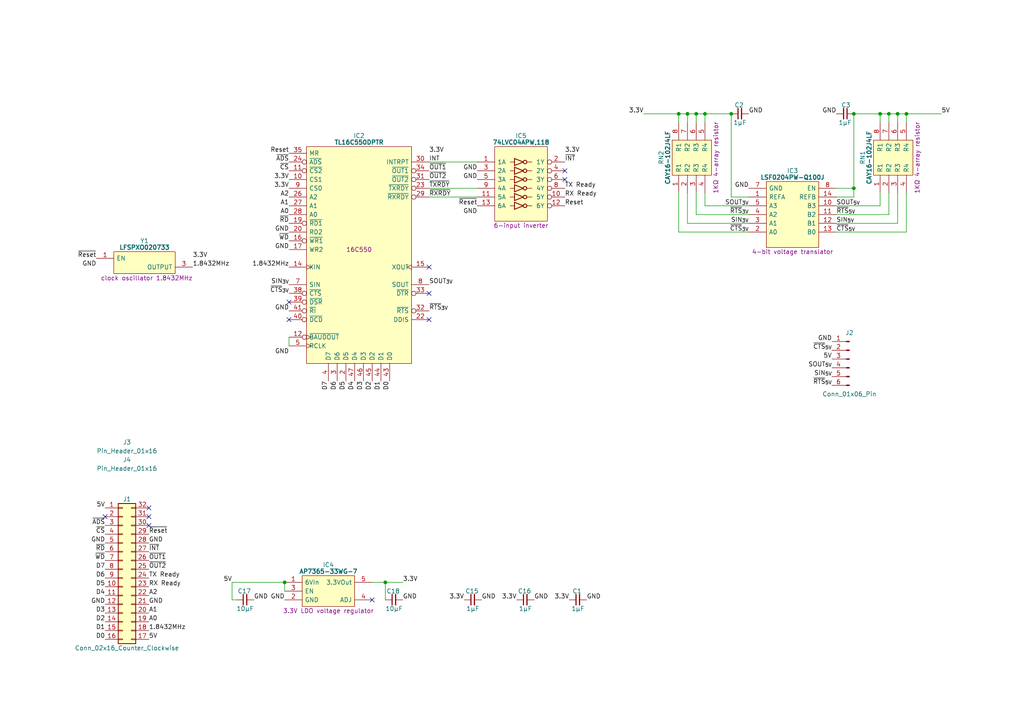
<source format=kicad_sch>
(kicad_sch
	(version 20231120)
	(generator "eeschema")
	(generator_version "8.0")
	(uuid "337b5f72-8be1-4121-9dc6-479b565482b2")
	(paper "A4")
	(title_block
		(title "UART TTL5V")
		(date "2024-08-06")
	)
	(lib_symbols
		(symbol "Bourns:CAY16-102J4LF"
			(pin_names
				(offset 0.762)
			)
			(exclude_from_sim no)
			(in_bom yes)
			(on_board yes)
			(property "Reference" "RN"
				(at 10.16 5.08 0)
				(effects
					(font
						(size 1.27 1.27)
					)
				)
			)
			(property "Value" "CAY16-102J4LF"
				(at 10.16 3.175 0)
				(effects
					(font
						(size 1.27 1.27)
						(bold yes)
					)
				)
			)
			(property "Footprint" "SamacSys_Parts:CAY16-J4"
				(at 20.32 -23.495 0)
				(effects
					(font
						(size 1.27 1.27)
					)
					(justify left)
					(hide yes)
				)
			)
			(property "Datasheet" "https://www.bourns.com/pdfs/CATCAY.pdf"
				(at 20.32 -26.035 0)
				(effects
					(font
						(size 1.27 1.27)
					)
					(justify left)
					(hide yes)
				)
			)
			(property "Description" "1KΩ 4-array resistor"
				(at 10.16 -10.795 0)
				(effects
					(font
						(size 1.27 1.27)
					)
				)
			)
			(property "Height" ""
				(at 24.13 -5.08 0)
				(effects
					(font
						(size 1.27 1.27)
					)
					(justify left)
					(hide yes)
				)
			)
			(property "Manufacturer_Name" "Bourns"
				(at 20.32 -31.115 0)
				(effects
					(font
						(size 1.27 1.27)
					)
					(justify left)
					(hide yes)
				)
			)
			(property "Manufacturer_Part_Number" "CAY16-102J4LF\n"
				(at 27.94 -32.385 0)
				(effects
					(font
						(size 1.27 1.27)
					)
					(justify left)
					(hide yes)
				)
			)
			(property "Mouser Part Number" "652-CAY16-102J4LF"
				(at 20.32 -36.195 0)
				(effects
					(font
						(size 1.27 1.27)
					)
					(justify left)
					(hide yes)
				)
			)
			(property "Mouser Price/Stock" "https://www.mouser.co.uk/ProductDetail/Bourns/CAY16-472J4LF?qs=vjljXApjgZXDWSqaYW6%252BOA%3D%3D"
				(at 20.32 -38.735 0)
				(effects
					(font
						(size 1.27 1.27)
					)
					(justify left)
					(hide yes)
				)
			)
			(property "Silkscreen" "1KΩ"
				(at 10.16 -13.335 0)
				(effects
					(font
						(size 1.27 1.27)
					)
					(hide yes)
				)
			)
			(property "Garbage" "Bourns CAY16 Series 4.7k +/-5% Isolated SMT Resistor Array, 4 Resistors, 0.25W total 1206 (3216M) package Convex"
				(at 0 0 0)
				(effects
					(font
						(size 1.27 1.27)
					)
					(hide yes)
				)
			)
			(symbol "CAY16-102J4LF_0_0"
				(pin passive line
					(at 0 0 0)
					(length 5.08)
					(name "R1"
						(effects
							(font
								(size 1.27 1.27)
							)
						)
					)
					(number "1"
						(effects
							(font
								(size 1.27 1.27)
							)
						)
					)
				)
				(pin passive line
					(at 0 -2.54 0)
					(length 5.08)
					(name "R2"
						(effects
							(font
								(size 1.27 1.27)
							)
						)
					)
					(number "2"
						(effects
							(font
								(size 1.27 1.27)
							)
						)
					)
				)
				(pin passive line
					(at 0 -5.08 0)
					(length 5.08)
					(name "R3"
						(effects
							(font
								(size 1.27 1.27)
							)
						)
					)
					(number "3"
						(effects
							(font
								(size 1.27 1.27)
							)
						)
					)
				)
				(pin passive line
					(at 0 -7.62 0)
					(length 5.08)
					(name "R4"
						(effects
							(font
								(size 1.27 1.27)
							)
						)
					)
					(number "4"
						(effects
							(font
								(size 1.27 1.27)
							)
						)
					)
				)
				(pin passive line
					(at 20.32 -7.62 180)
					(length 5.08)
					(name "R4"
						(effects
							(font
								(size 1.27 1.27)
							)
						)
					)
					(number "5"
						(effects
							(font
								(size 1.27 1.27)
							)
						)
					)
				)
				(pin passive line
					(at 20.32 -5.08 180)
					(length 5.08)
					(name "R3"
						(effects
							(font
								(size 1.27 1.27)
							)
						)
					)
					(number "6"
						(effects
							(font
								(size 1.27 1.27)
							)
						)
					)
				)
				(pin passive line
					(at 20.32 -2.54 180)
					(length 5.08)
					(name "R2"
						(effects
							(font
								(size 1.27 1.27)
							)
						)
					)
					(number "7"
						(effects
							(font
								(size 1.27 1.27)
							)
						)
					)
				)
				(pin passive line
					(at 20.32 0 180)
					(length 5.08)
					(name "R1"
						(effects
							(font
								(size 1.27 1.27)
							)
						)
					)
					(number "8"
						(effects
							(font
								(size 1.27 1.27)
							)
						)
					)
				)
			)
			(symbol "CAY16-102J4LF_0_1"
				(polyline
					(pts
						(xy 5.08 1.905) (xy 15.24 1.905) (xy 15.24 -9.525) (xy 5.08 -9.525) (xy 5.08 1.905)
					)
					(stroke
						(width 0.1524)
						(type default)
					)
					(fill
						(type background)
					)
				)
			)
		)
		(symbol "Connector:Conn_01x06_Pin"
			(pin_names
				(offset 1.016) hide)
			(exclude_from_sim no)
			(in_bom yes)
			(on_board yes)
			(property "Reference" "J"
				(at 0 7.62 0)
				(effects
					(font
						(size 1.27 1.27)
					)
				)
			)
			(property "Value" "Conn_01x06_Pin"
				(at 0 -10.16 0)
				(effects
					(font
						(size 1.27 1.27)
					)
				)
			)
			(property "Footprint" ""
				(at 0 0 0)
				(effects
					(font
						(size 1.27 1.27)
					)
					(hide yes)
				)
			)
			(property "Datasheet" "~"
				(at 0 0 0)
				(effects
					(font
						(size 1.27 1.27)
					)
					(hide yes)
				)
			)
			(property "Description" "Generic connector, single row, 01x06, script generated"
				(at 0 0 0)
				(effects
					(font
						(size 1.27 1.27)
					)
					(hide yes)
				)
			)
			(property "ki_locked" ""
				(at 0 0 0)
				(effects
					(font
						(size 1.27 1.27)
					)
				)
			)
			(property "ki_keywords" "connector"
				(at 0 0 0)
				(effects
					(font
						(size 1.27 1.27)
					)
					(hide yes)
				)
			)
			(property "ki_fp_filters" "Connector*:*_1x??_*"
				(at 0 0 0)
				(effects
					(font
						(size 1.27 1.27)
					)
					(hide yes)
				)
			)
			(symbol "Conn_01x06_Pin_1_1"
				(polyline
					(pts
						(xy 1.27 -7.62) (xy 0.8636 -7.62)
					)
					(stroke
						(width 0.1524)
						(type default)
					)
					(fill
						(type none)
					)
				)
				(polyline
					(pts
						(xy 1.27 -5.08) (xy 0.8636 -5.08)
					)
					(stroke
						(width 0.1524)
						(type default)
					)
					(fill
						(type none)
					)
				)
				(polyline
					(pts
						(xy 1.27 -2.54) (xy 0.8636 -2.54)
					)
					(stroke
						(width 0.1524)
						(type default)
					)
					(fill
						(type none)
					)
				)
				(polyline
					(pts
						(xy 1.27 0) (xy 0.8636 0)
					)
					(stroke
						(width 0.1524)
						(type default)
					)
					(fill
						(type none)
					)
				)
				(polyline
					(pts
						(xy 1.27 2.54) (xy 0.8636 2.54)
					)
					(stroke
						(width 0.1524)
						(type default)
					)
					(fill
						(type none)
					)
				)
				(polyline
					(pts
						(xy 1.27 5.08) (xy 0.8636 5.08)
					)
					(stroke
						(width 0.1524)
						(type default)
					)
					(fill
						(type none)
					)
				)
				(rectangle
					(start 0.8636 -7.493)
					(end 0 -7.747)
					(stroke
						(width 0.1524)
						(type default)
					)
					(fill
						(type outline)
					)
				)
				(rectangle
					(start 0.8636 -4.953)
					(end 0 -5.207)
					(stroke
						(width 0.1524)
						(type default)
					)
					(fill
						(type outline)
					)
				)
				(rectangle
					(start 0.8636 -2.413)
					(end 0 -2.667)
					(stroke
						(width 0.1524)
						(type default)
					)
					(fill
						(type outline)
					)
				)
				(rectangle
					(start 0.8636 0.127)
					(end 0 -0.127)
					(stroke
						(width 0.1524)
						(type default)
					)
					(fill
						(type outline)
					)
				)
				(rectangle
					(start 0.8636 2.667)
					(end 0 2.413)
					(stroke
						(width 0.1524)
						(type default)
					)
					(fill
						(type outline)
					)
				)
				(rectangle
					(start 0.8636 5.207)
					(end 0 4.953)
					(stroke
						(width 0.1524)
						(type default)
					)
					(fill
						(type outline)
					)
				)
				(pin passive line
					(at 5.08 5.08 180)
					(length 3.81)
					(name "Pin_1"
						(effects
							(font
								(size 1.27 1.27)
							)
						)
					)
					(number "1"
						(effects
							(font
								(size 1.27 1.27)
							)
						)
					)
				)
				(pin passive line
					(at 5.08 2.54 180)
					(length 3.81)
					(name "Pin_2"
						(effects
							(font
								(size 1.27 1.27)
							)
						)
					)
					(number "2"
						(effects
							(font
								(size 1.27 1.27)
							)
						)
					)
				)
				(pin passive line
					(at 5.08 0 180)
					(length 3.81)
					(name "Pin_3"
						(effects
							(font
								(size 1.27 1.27)
							)
						)
					)
					(number "3"
						(effects
							(font
								(size 1.27 1.27)
							)
						)
					)
				)
				(pin passive line
					(at 5.08 -2.54 180)
					(length 3.81)
					(name "Pin_4"
						(effects
							(font
								(size 1.27 1.27)
							)
						)
					)
					(number "4"
						(effects
							(font
								(size 1.27 1.27)
							)
						)
					)
				)
				(pin passive line
					(at 5.08 -5.08 180)
					(length 3.81)
					(name "Pin_5"
						(effects
							(font
								(size 1.27 1.27)
							)
						)
					)
					(number "5"
						(effects
							(font
								(size 1.27 1.27)
							)
						)
					)
				)
				(pin passive line
					(at 5.08 -7.62 180)
					(length 3.81)
					(name "Pin_6"
						(effects
							(font
								(size 1.27 1.27)
							)
						)
					)
					(number "6"
						(effects
							(font
								(size 1.27 1.27)
							)
						)
					)
				)
			)
		)
		(symbol "Connector_Generic:Conn_02x16_Counter_Clockwise"
			(pin_names
				(offset 1.016) hide)
			(exclude_from_sim no)
			(in_bom yes)
			(on_board yes)
			(property "Reference" "J"
				(at 1.27 20.32 0)
				(effects
					(font
						(size 1.27 1.27)
					)
				)
			)
			(property "Value" "Conn_02x16_Counter_Clockwise"
				(at 1.27 -22.86 0)
				(effects
					(font
						(size 1.27 1.27)
					)
				)
			)
			(property "Footprint" ""
				(at 0 0 0)
				(effects
					(font
						(size 1.27 1.27)
					)
					(hide yes)
				)
			)
			(property "Datasheet" "~"
				(at 0 0 0)
				(effects
					(font
						(size 1.27 1.27)
					)
					(hide yes)
				)
			)
			(property "Description" "Generic connector, double row, 02x16, counter clockwise pin numbering scheme (similar to DIP package numbering), script generated (kicad-library-utils/schlib/autogen/connector/)"
				(at 0 0 0)
				(effects
					(font
						(size 1.27 1.27)
					)
					(hide yes)
				)
			)
			(property "ki_keywords" "connector"
				(at 0 0 0)
				(effects
					(font
						(size 1.27 1.27)
					)
					(hide yes)
				)
			)
			(property "ki_fp_filters" "Connector*:*_2x??_*"
				(at 0 0 0)
				(effects
					(font
						(size 1.27 1.27)
					)
					(hide yes)
				)
			)
			(symbol "Conn_02x16_Counter_Clockwise_1_1"
				(rectangle
					(start -1.27 -20.193)
					(end 0 -20.447)
					(stroke
						(width 0.1524)
						(type default)
					)
					(fill
						(type none)
					)
				)
				(rectangle
					(start -1.27 -17.653)
					(end 0 -17.907)
					(stroke
						(width 0.1524)
						(type default)
					)
					(fill
						(type none)
					)
				)
				(rectangle
					(start -1.27 -15.113)
					(end 0 -15.367)
					(stroke
						(width 0.1524)
						(type default)
					)
					(fill
						(type none)
					)
				)
				(rectangle
					(start -1.27 -12.573)
					(end 0 -12.827)
					(stroke
						(width 0.1524)
						(type default)
					)
					(fill
						(type none)
					)
				)
				(rectangle
					(start -1.27 -10.033)
					(end 0 -10.287)
					(stroke
						(width 0.1524)
						(type default)
					)
					(fill
						(type none)
					)
				)
				(rectangle
					(start -1.27 -7.493)
					(end 0 -7.747)
					(stroke
						(width 0.1524)
						(type default)
					)
					(fill
						(type none)
					)
				)
				(rectangle
					(start -1.27 -4.953)
					(end 0 -5.207)
					(stroke
						(width 0.1524)
						(type default)
					)
					(fill
						(type none)
					)
				)
				(rectangle
					(start -1.27 -2.413)
					(end 0 -2.667)
					(stroke
						(width 0.1524)
						(type default)
					)
					(fill
						(type none)
					)
				)
				(rectangle
					(start -1.27 0.127)
					(end 0 -0.127)
					(stroke
						(width 0.1524)
						(type default)
					)
					(fill
						(type none)
					)
				)
				(rectangle
					(start -1.27 2.667)
					(end 0 2.413)
					(stroke
						(width 0.1524)
						(type default)
					)
					(fill
						(type none)
					)
				)
				(rectangle
					(start -1.27 5.207)
					(end 0 4.953)
					(stroke
						(width 0.1524)
						(type default)
					)
					(fill
						(type none)
					)
				)
				(rectangle
					(start -1.27 7.747)
					(end 0 7.493)
					(stroke
						(width 0.1524)
						(type default)
					)
					(fill
						(type none)
					)
				)
				(rectangle
					(start -1.27 10.287)
					(end 0 10.033)
					(stroke
						(width 0.1524)
						(type default)
					)
					(fill
						(type none)
					)
				)
				(rectangle
					(start -1.27 12.827)
					(end 0 12.573)
					(stroke
						(width 0.1524)
						(type default)
					)
					(fill
						(type none)
					)
				)
				(rectangle
					(start -1.27 15.367)
					(end 0 15.113)
					(stroke
						(width 0.1524)
						(type default)
					)
					(fill
						(type none)
					)
				)
				(rectangle
					(start -1.27 17.907)
					(end 0 17.653)
					(stroke
						(width 0.1524)
						(type default)
					)
					(fill
						(type none)
					)
				)
				(rectangle
					(start -1.27 19.05)
					(end 3.81 -21.59)
					(stroke
						(width 0.254)
						(type default)
					)
					(fill
						(type background)
					)
				)
				(rectangle
					(start 3.81 -20.193)
					(end 2.54 -20.447)
					(stroke
						(width 0.1524)
						(type default)
					)
					(fill
						(type none)
					)
				)
				(rectangle
					(start 3.81 -17.653)
					(end 2.54 -17.907)
					(stroke
						(width 0.1524)
						(type default)
					)
					(fill
						(type none)
					)
				)
				(rectangle
					(start 3.81 -15.113)
					(end 2.54 -15.367)
					(stroke
						(width 0.1524)
						(type default)
					)
					(fill
						(type none)
					)
				)
				(rectangle
					(start 3.81 -12.573)
					(end 2.54 -12.827)
					(stroke
						(width 0.1524)
						(type default)
					)
					(fill
						(type none)
					)
				)
				(rectangle
					(start 3.81 -10.033)
					(end 2.54 -10.287)
					(stroke
						(width 0.1524)
						(type default)
					)
					(fill
						(type none)
					)
				)
				(rectangle
					(start 3.81 -7.493)
					(end 2.54 -7.747)
					(stroke
						(width 0.1524)
						(type default)
					)
					(fill
						(type none)
					)
				)
				(rectangle
					(start 3.81 -4.953)
					(end 2.54 -5.207)
					(stroke
						(width 0.1524)
						(type default)
					)
					(fill
						(type none)
					)
				)
				(rectangle
					(start 3.81 -2.413)
					(end 2.54 -2.667)
					(stroke
						(width 0.1524)
						(type default)
					)
					(fill
						(type none)
					)
				)
				(rectangle
					(start 3.81 0.127)
					(end 2.54 -0.127)
					(stroke
						(width 0.1524)
						(type default)
					)
					(fill
						(type none)
					)
				)
				(rectangle
					(start 3.81 2.667)
					(end 2.54 2.413)
					(stroke
						(width 0.1524)
						(type default)
					)
					(fill
						(type none)
					)
				)
				(rectangle
					(start 3.81 5.207)
					(end 2.54 4.953)
					(stroke
						(width 0.1524)
						(type default)
					)
					(fill
						(type none)
					)
				)
				(rectangle
					(start 3.81 7.747)
					(end 2.54 7.493)
					(stroke
						(width 0.1524)
						(type default)
					)
					(fill
						(type none)
					)
				)
				(rectangle
					(start 3.81 10.287)
					(end 2.54 10.033)
					(stroke
						(width 0.1524)
						(type default)
					)
					(fill
						(type none)
					)
				)
				(rectangle
					(start 3.81 12.827)
					(end 2.54 12.573)
					(stroke
						(width 0.1524)
						(type default)
					)
					(fill
						(type none)
					)
				)
				(rectangle
					(start 3.81 15.367)
					(end 2.54 15.113)
					(stroke
						(width 0.1524)
						(type default)
					)
					(fill
						(type none)
					)
				)
				(rectangle
					(start 3.81 17.907)
					(end 2.54 17.653)
					(stroke
						(width 0.1524)
						(type default)
					)
					(fill
						(type none)
					)
				)
				(pin passive line
					(at -5.08 17.78 0)
					(length 3.81)
					(name "Pin_1"
						(effects
							(font
								(size 1.27 1.27)
							)
						)
					)
					(number "1"
						(effects
							(font
								(size 1.27 1.27)
							)
						)
					)
				)
				(pin passive line
					(at -5.08 -5.08 0)
					(length 3.81)
					(name "Pin_10"
						(effects
							(font
								(size 1.27 1.27)
							)
						)
					)
					(number "10"
						(effects
							(font
								(size 1.27 1.27)
							)
						)
					)
				)
				(pin passive line
					(at -5.08 -7.62 0)
					(length 3.81)
					(name "Pin_11"
						(effects
							(font
								(size 1.27 1.27)
							)
						)
					)
					(number "11"
						(effects
							(font
								(size 1.27 1.27)
							)
						)
					)
				)
				(pin passive line
					(at -5.08 -10.16 0)
					(length 3.81)
					(name "Pin_12"
						(effects
							(font
								(size 1.27 1.27)
							)
						)
					)
					(number "12"
						(effects
							(font
								(size 1.27 1.27)
							)
						)
					)
				)
				(pin passive line
					(at -5.08 -12.7 0)
					(length 3.81)
					(name "Pin_13"
						(effects
							(font
								(size 1.27 1.27)
							)
						)
					)
					(number "13"
						(effects
							(font
								(size 1.27 1.27)
							)
						)
					)
				)
				(pin passive line
					(at -5.08 -15.24 0)
					(length 3.81)
					(name "Pin_14"
						(effects
							(font
								(size 1.27 1.27)
							)
						)
					)
					(number "14"
						(effects
							(font
								(size 1.27 1.27)
							)
						)
					)
				)
				(pin passive line
					(at -5.08 -17.78 0)
					(length 3.81)
					(name "Pin_15"
						(effects
							(font
								(size 1.27 1.27)
							)
						)
					)
					(number "15"
						(effects
							(font
								(size 1.27 1.27)
							)
						)
					)
				)
				(pin passive line
					(at -5.08 -20.32 0)
					(length 3.81)
					(name "Pin_16"
						(effects
							(font
								(size 1.27 1.27)
							)
						)
					)
					(number "16"
						(effects
							(font
								(size 1.27 1.27)
							)
						)
					)
				)
				(pin passive line
					(at 7.62 -20.32 180)
					(length 3.81)
					(name "Pin_17"
						(effects
							(font
								(size 1.27 1.27)
							)
						)
					)
					(number "17"
						(effects
							(font
								(size 1.27 1.27)
							)
						)
					)
				)
				(pin passive line
					(at 7.62 -17.78 180)
					(length 3.81)
					(name "Pin_18"
						(effects
							(font
								(size 1.27 1.27)
							)
						)
					)
					(number "18"
						(effects
							(font
								(size 1.27 1.27)
							)
						)
					)
				)
				(pin passive line
					(at 7.62 -15.24 180)
					(length 3.81)
					(name "Pin_19"
						(effects
							(font
								(size 1.27 1.27)
							)
						)
					)
					(number "19"
						(effects
							(font
								(size 1.27 1.27)
							)
						)
					)
				)
				(pin passive line
					(at -5.08 15.24 0)
					(length 3.81)
					(name "Pin_2"
						(effects
							(font
								(size 1.27 1.27)
							)
						)
					)
					(number "2"
						(effects
							(font
								(size 1.27 1.27)
							)
						)
					)
				)
				(pin passive line
					(at 7.62 -12.7 180)
					(length 3.81)
					(name "Pin_20"
						(effects
							(font
								(size 1.27 1.27)
							)
						)
					)
					(number "20"
						(effects
							(font
								(size 1.27 1.27)
							)
						)
					)
				)
				(pin passive line
					(at 7.62 -10.16 180)
					(length 3.81)
					(name "Pin_21"
						(effects
							(font
								(size 1.27 1.27)
							)
						)
					)
					(number "21"
						(effects
							(font
								(size 1.27 1.27)
							)
						)
					)
				)
				(pin passive line
					(at 7.62 -7.62 180)
					(length 3.81)
					(name "Pin_22"
						(effects
							(font
								(size 1.27 1.27)
							)
						)
					)
					(number "22"
						(effects
							(font
								(size 1.27 1.27)
							)
						)
					)
				)
				(pin passive line
					(at 7.62 -5.08 180)
					(length 3.81)
					(name "Pin_23"
						(effects
							(font
								(size 1.27 1.27)
							)
						)
					)
					(number "23"
						(effects
							(font
								(size 1.27 1.27)
							)
						)
					)
				)
				(pin passive line
					(at 7.62 -2.54 180)
					(length 3.81)
					(name "Pin_24"
						(effects
							(font
								(size 1.27 1.27)
							)
						)
					)
					(number "24"
						(effects
							(font
								(size 1.27 1.27)
							)
						)
					)
				)
				(pin passive line
					(at 7.62 0 180)
					(length 3.81)
					(name "Pin_25"
						(effects
							(font
								(size 1.27 1.27)
							)
						)
					)
					(number "25"
						(effects
							(font
								(size 1.27 1.27)
							)
						)
					)
				)
				(pin passive line
					(at 7.62 2.54 180)
					(length 3.81)
					(name "Pin_26"
						(effects
							(font
								(size 1.27 1.27)
							)
						)
					)
					(number "26"
						(effects
							(font
								(size 1.27 1.27)
							)
						)
					)
				)
				(pin passive line
					(at 7.62 5.08 180)
					(length 3.81)
					(name "Pin_27"
						(effects
							(font
								(size 1.27 1.27)
							)
						)
					)
					(number "27"
						(effects
							(font
								(size 1.27 1.27)
							)
						)
					)
				)
				(pin passive line
					(at 7.62 7.62 180)
					(length 3.81)
					(name "Pin_28"
						(effects
							(font
								(size 1.27 1.27)
							)
						)
					)
					(number "28"
						(effects
							(font
								(size 1.27 1.27)
							)
						)
					)
				)
				(pin passive line
					(at 7.62 10.16 180)
					(length 3.81)
					(name "Pin_29"
						(effects
							(font
								(size 1.27 1.27)
							)
						)
					)
					(number "29"
						(effects
							(font
								(size 1.27 1.27)
							)
						)
					)
				)
				(pin passive line
					(at -5.08 12.7 0)
					(length 3.81)
					(name "Pin_3"
						(effects
							(font
								(size 1.27 1.27)
							)
						)
					)
					(number "3"
						(effects
							(font
								(size 1.27 1.27)
							)
						)
					)
				)
				(pin passive line
					(at 7.62 12.7 180)
					(length 3.81)
					(name "Pin_30"
						(effects
							(font
								(size 1.27 1.27)
							)
						)
					)
					(number "30"
						(effects
							(font
								(size 1.27 1.27)
							)
						)
					)
				)
				(pin passive line
					(at 7.62 15.24 180)
					(length 3.81)
					(name "Pin_31"
						(effects
							(font
								(size 1.27 1.27)
							)
						)
					)
					(number "31"
						(effects
							(font
								(size 1.27 1.27)
							)
						)
					)
				)
				(pin passive line
					(at 7.62 17.78 180)
					(length 3.81)
					(name "Pin_32"
						(effects
							(font
								(size 1.27 1.27)
							)
						)
					)
					(number "32"
						(effects
							(font
								(size 1.27 1.27)
							)
						)
					)
				)
				(pin passive line
					(at -5.08 10.16 0)
					(length 3.81)
					(name "Pin_4"
						(effects
							(font
								(size 1.27 1.27)
							)
						)
					)
					(number "4"
						(effects
							(font
								(size 1.27 1.27)
							)
						)
					)
				)
				(pin passive line
					(at -5.08 7.62 0)
					(length 3.81)
					(name "Pin_5"
						(effects
							(font
								(size 1.27 1.27)
							)
						)
					)
					(number "5"
						(effects
							(font
								(size 1.27 1.27)
							)
						)
					)
				)
				(pin passive line
					(at -5.08 5.08 0)
					(length 3.81)
					(name "Pin_6"
						(effects
							(font
								(size 1.27 1.27)
							)
						)
					)
					(number "6"
						(effects
							(font
								(size 1.27 1.27)
							)
						)
					)
				)
				(pin passive line
					(at -5.08 2.54 0)
					(length 3.81)
					(name "Pin_7"
						(effects
							(font
								(size 1.27 1.27)
							)
						)
					)
					(number "7"
						(effects
							(font
								(size 1.27 1.27)
							)
						)
					)
				)
				(pin passive line
					(at -5.08 0 0)
					(length 3.81)
					(name "Pin_8"
						(effects
							(font
								(size 1.27 1.27)
							)
						)
					)
					(number "8"
						(effects
							(font
								(size 1.27 1.27)
							)
						)
					)
				)
				(pin passive line
					(at -5.08 -2.54 0)
					(length 3.81)
					(name "Pin_9"
						(effects
							(font
								(size 1.27 1.27)
							)
						)
					)
					(number "9"
						(effects
							(font
								(size 1.27 1.27)
							)
						)
					)
				)
			)
		)
		(symbol "Diodes_Inc:AP7365-33WG-7"
			(pin_names
				(offset 0.762)
			)
			(exclude_from_sim no)
			(in_bom yes)
			(on_board yes)
			(property "Reference" "IC"
				(at 12.7 5.08 0)
				(effects
					(font
						(size 1.27 1.27)
					)
				)
			)
			(property "Value" "AP7365-33WG-7"
				(at 12.7 3.175 0)
				(effects
					(font
						(size 1.27 1.27)
						(bold yes)
					)
				)
			)
			(property "Footprint" "SamacSys_Parts:SOT95P285X130-5N"
				(at 21.59 -14.605 0)
				(effects
					(font
						(size 1.27 1.27)
					)
					(justify left)
					(hide yes)
				)
			)
			(property "Datasheet" "https://componentsearchengine.com/Datasheets/1/AP7365-33WG-7.pdf"
				(at 21.59 -17.145 0)
				(effects
					(font
						(size 1.27 1.27)
					)
					(justify left)
					(hide yes)
				)
			)
			(property "Description" "3.3V LDO voltage regulator"
				(at 12.7 -8.255 0)
				(effects
					(font
						(size 1.27 1.27)
					)
				)
			)
			(property "Height" "1.3"
				(at 21.59 -19.685 0)
				(effects
					(font
						(size 1.27 1.27)
					)
					(justify left)
					(hide yes)
				)
			)
			(property "Manufacturer_Name" "Diodes Inc."
				(at 21.59 -22.225 0)
				(effects
					(font
						(size 1.27 1.27)
					)
					(justify left)
					(hide yes)
				)
			)
			(property "Manufacturer_Part_Number" "AP7365-33WG-7"
				(at 21.59 -24.765 0)
				(effects
					(font
						(size 1.27 1.27)
					)
					(justify left)
					(hide yes)
				)
			)
			(property "Mouser Part Number" "621-AP7365-33WG-7"
				(at 21.59 -27.305 0)
				(effects
					(font
						(size 1.27 1.27)
					)
					(justify left)
					(hide yes)
				)
			)
			(property "Mouser Price/Stock" "https://www.mouser.co.uk/ProductDetail/Diodes-Incorporated/AP7365-33WG-7?qs=abZ1nkZpTuOZFvxvoFPL0w%3D%3D"
				(at 21.59 -29.845 0)
				(effects
					(font
						(size 1.27 1.27)
					)
					(justify left)
					(hide yes)
				)
			)
			(property "Arrow Part Number" "AP7365-33WG-7"
				(at 21.59 -32.385 0)
				(effects
					(font
						(size 1.27 1.27)
					)
					(justify left)
					(hide yes)
				)
			)
			(property "Arrow Price/Stock" "https://www.arrow.com/en/products/ap7365-33wg-7/diodes-incorporated?region=nac"
				(at 21.59 -34.925 0)
				(effects
					(font
						(size 1.27 1.27)
					)
					(justify left)
					(hide yes)
				)
			)
			(property "Silkscreen" "AP7365"
				(at 21.59 -12.065 0)
				(effects
					(font
						(size 1.27 1.27)
					)
					(justify left)
					(hide yes)
				)
			)
			(symbol "AP7365-33WG-7_0_0"
				(pin passive line
					(at 0 -5.08 0)
					(length 5.08)
					(name "GND"
						(effects
							(font
								(size 1.27 1.27)
							)
						)
					)
					(number "2"
						(effects
							(font
								(size 1.27 1.27)
							)
						)
					)
				)
				(pin input line
					(at 0 -2.54 0)
					(length 5.08)
					(name "EN"
						(effects
							(font
								(size 1.27 1.27)
							)
						)
					)
					(number "3"
						(effects
							(font
								(size 1.27 1.27)
							)
						)
					)
				)
				(pin passive line
					(at 25.4 -5.08 180)
					(length 5.08)
					(name "ADJ"
						(effects
							(font
								(size 1.27 1.27)
							)
						)
					)
					(number "4"
						(effects
							(font
								(size 1.27 1.27)
							)
						)
					)
				)
			)
			(symbol "AP7365-33WG-7_0_1"
				(polyline
					(pts
						(xy 5.08 1.905) (xy 20.32 1.905) (xy 20.32 -6.985) (xy 5.08 -6.985) (xy 5.08 1.905)
					)
					(stroke
						(width 0)
						(type default)
					)
					(fill
						(type background)
					)
				)
			)
			(symbol "AP7365-33WG-7_1_0"
				(pin passive line
					(at 0 0 0)
					(length 5.08)
					(name "6VIn"
						(effects
							(font
								(size 1.27 1.27)
							)
						)
					)
					(number "1"
						(effects
							(font
								(size 1.27 1.27)
							)
						)
					)
				)
				(pin passive line
					(at 25.4 0 180)
					(length 5.08)
					(name "3.3VOut"
						(effects
							(font
								(size 1.27 1.27)
							)
						)
					)
					(number "5"
						(effects
							(font
								(size 1.27 1.27)
							)
						)
					)
				)
			)
		)
		(symbol "HCP65:C_0805"
			(pin_numbers hide)
			(pin_names
				(offset 0.254) hide)
			(exclude_from_sim no)
			(in_bom yes)
			(on_board yes)
			(property "Reference" "C"
				(at 2.286 2.54 0)
				(effects
					(font
						(size 1.27 1.27)
					)
				)
			)
			(property "Value" "?μF"
				(at 2.54 -2.54 0)
				(effects
					(font
						(size 1.27 1.27)
					)
				)
			)
			(property "Footprint" "SamacSys_Parts:C_0805"
				(at 16.764 -7.62 0)
				(effects
					(font
						(size 1.27 1.27)
					)
					(hide yes)
				)
			)
			(property "Datasheet" ""
				(at 2.2225 0.3175 90)
				(effects
					(font
						(size 1.27 1.27)
					)
					(hide yes)
				)
			)
			(property "Description" ""
				(at 0 0 0)
				(effects
					(font
						(size 1.27 1.27)
					)
					(hide yes)
				)
			)
			(property "ki_keywords" "capacitor cap"
				(at 0 0 0)
				(effects
					(font
						(size 1.27 1.27)
					)
					(hide yes)
				)
			)
			(property "ki_fp_filters" "C_*"
				(at 0 0 0)
				(effects
					(font
						(size 1.27 1.27)
					)
					(hide yes)
				)
			)
			(symbol "C_0805_0_1"
				(polyline
					(pts
						(xy 1.9685 -1.4605) (xy 1.9685 1.5875)
					)
					(stroke
						(width 0.3048)
						(type default)
					)
					(fill
						(type none)
					)
				)
				(polyline
					(pts
						(xy 2.9845 -1.4605) (xy 2.9845 1.5875)
					)
					(stroke
						(width 0.3302)
						(type default)
					)
					(fill
						(type none)
					)
				)
			)
			(symbol "C_0805_1_1"
				(pin passive line
					(at 0 0 0)
					(length 2.032)
					(name "~"
						(effects
							(font
								(size 1.27 1.27)
							)
						)
					)
					(number "1"
						(effects
							(font
								(size 1.27 1.27)
							)
						)
					)
				)
				(pin passive line
					(at 5.08 0 180)
					(length 2.032)
					(name "~"
						(effects
							(font
								(size 1.27 1.27)
							)
						)
					)
					(number "2"
						(effects
							(font
								(size 1.27 1.27)
							)
						)
					)
				)
			)
		)
		(symbol "HCP65:Pin_Header_01x32"
			(pin_names
				(offset 1.016) hide)
			(exclude_from_sim no)
			(in_bom yes)
			(on_board yes)
			(property "Reference" "J"
				(at 0 1.27 0)
				(effects
					(font
						(size 1.27 1.27)
					)
				)
			)
			(property "Value" "Pin_Header_01x32"
				(at 0 -1.27 0)
				(effects
					(font
						(size 1.27 1.27)
					)
				)
			)
			(property "Footprint" "SamacSys_Parts:PinHeader_1x32_P2.54mm_Vertical"
				(at 0 -3.81 0)
				(effects
					(font
						(size 1.27 1.27)
					)
					(hide yes)
				)
			)
			(property "Datasheet" "~"
				(at -5.08 0 0)
				(effects
					(font
						(size 1.27 1.27)
					)
					(hide yes)
				)
			)
			(property "Description" ""
				(at 0 0 0)
				(effects
					(font
						(size 1.27 1.27)
					)
					(hide yes)
				)
			)
			(property "ki_fp_filters" "Connector*:*_1x??_*"
				(at 0 0 0)
				(effects
					(font
						(size 1.27 1.27)
					)
					(hide yes)
				)
			)
		)
		(symbol "IQD:LFSPXO020733"
			(pin_names
				(offset 0.762)
			)
			(exclude_from_sim no)
			(in_bom yes)
			(on_board yes)
			(property "Reference" "Y"
				(at 13.97 5.08 0)
				(effects
					(font
						(size 1.27 1.27)
					)
				)
			)
			(property "Value" "LFSPXO020733"
				(at 13.97 3.175 0)
				(effects
					(font
						(size 1.27 1.27)
						(bold yes)
					)
				)
			)
			(property "Footprint" "SamacSys_Parts:LFSPXO020733"
				(at 18.415 -14.605 0)
				(effects
					(font
						(size 1.27 1.27)
					)
					(justify left)
					(hide yes)
				)
			)
			(property "Datasheet" "https://www.mouser.co.za/datasheet/2/741/LFSPXO020733Reel-984741.pdf"
				(at 18.415 -17.145 0)
				(effects
					(font
						(size 1.27 1.27)
					)
					(justify left)
					(hide yes)
				)
			)
			(property "Description" "clock oscillator 1.8432MHz"
				(at 14.605 -5.715 0)
				(effects
					(font
						(size 1.27 1.27)
					)
				)
			)
			(property "Silkscreen" "1.8432Hz"
				(at 13.97 -7.62 0)
				(effects
					(font
						(size 1.27 1.27)
					)
					(hide yes)
				)
			)
			(property "Garbage" "Standard Clock Oscillators 1.8432MHz 3.3V"
				(at 0 0 0)
				(effects
					(font
						(size 1.27 1.27)
					)
					(hide yes)
				)
			)
			(symbol "LFSPXO020733_0_0"
				(pin input line
					(at 0 0 0)
					(length 5.08)
					(name "EN"
						(effects
							(font
								(size 1.27 1.27)
							)
						)
					)
					(number "1"
						(effects
							(font
								(size 1.27 1.27)
							)
						)
					)
				)
				(pin passive line
					(at 0 -2.54 0)
					(length 5.08) hide
					(name "GND"
						(effects
							(font
								(size 1.27 1.27)
							)
						)
					)
					(number "2"
						(effects
							(font
								(size 1.27 1.27)
							)
						)
					)
				)
				(pin output line
					(at 27.94 -2.54 180)
					(length 5.08)
					(name "OUTPUT"
						(effects
							(font
								(size 1.27 1.27)
							)
						)
					)
					(number "3"
						(effects
							(font
								(size 1.27 1.27)
							)
						)
					)
				)
				(pin passive line
					(at 27.94 0 180)
					(length 5.08) hide
					(name "3V"
						(effects
							(font
								(size 1.27 1.27)
							)
						)
					)
					(number "4"
						(effects
							(font
								(size 1.27 1.27)
							)
						)
					)
				)
			)
			(symbol "LFSPXO020733_0_1"
				(polyline
					(pts
						(xy 5.08 1.905) (xy 22.86 1.905) (xy 22.86 -4.445) (xy 5.08 -4.445) (xy 5.08 1.905)
					)
					(stroke
						(width 0.1524)
						(type default)
					)
					(fill
						(type background)
					)
				)
			)
		)
		(symbol "Nexperia:74LVC04APW,118"
			(pin_names
				(offset 0.762)
			)
			(exclude_from_sim no)
			(in_bom yes)
			(on_board yes)
			(property "Reference" "IC"
				(at 12.7 7.62 0)
				(effects
					(font
						(size 1.27 1.27)
					)
				)
			)
			(property "Value" "74LVC04APW,118"
				(at 12.7 5.715 0)
				(effects
					(font
						(size 1.27 1.27)
						(bold yes)
					)
				)
			)
			(property "Footprint" "SamacSys_Parts:SOP65P640X110-14N"
				(at 20.955 -22.225 0)
				(effects
					(font
						(size 1.27 1.27)
					)
					(justify left)
					(hide yes)
				)
			)
			(property "Datasheet" "https://assets.nexperia.com/documents/data-sheet/74LVC04A.pdf"
				(at 20.955 -24.765 0)
				(effects
					(font
						(size 1.27 1.27)
					)
					(justify left)
					(hide yes)
				)
			)
			(property "Description" "6-input inverter"
				(at 12.7 -18.415 0)
				(effects
					(font
						(size 1.27 1.27)
					)
				)
			)
			(property "Height" "1.1"
				(at 20.955 -29.845 0)
				(effects
					(font
						(size 1.27 1.27)
					)
					(justify left)
					(hide yes)
				)
			)
			(property "Manufacturer_Name" "Nexperia"
				(at 20.955 -32.385 0)
				(effects
					(font
						(size 1.27 1.27)
					)
					(justify left)
					(hide yes)
				)
			)
			(property "Manufacturer_Part_Number" "74LVC04APW,118"
				(at 20.955 -34.925 0)
				(effects
					(font
						(size 1.27 1.27)
					)
					(justify left)
					(hide yes)
				)
			)
			(property "Mouser Part Number" "771-74LVC04APW-T"
				(at 20.955 -37.465 0)
				(effects
					(font
						(size 1.27 1.27)
					)
					(justify left)
					(hide yes)
				)
			)
			(property "Mouser Price/Stock" "https://www.mouser.co.uk/ProductDetail/Nexperia/74LVC04APW118?qs=me8TqzrmIYUA5zXidd9%2F4g%3D%3D"
				(at 20.955 -40.005 0)
				(effects
					(font
						(size 1.27 1.27)
					)
					(justify left)
					(hide yes)
				)
			)
			(property "Silkscreen" "74LVC04"
				(at 13.335 -20.32 0)
				(effects
					(font
						(size 1.27 1.27)
					)
					(hide yes)
				)
			)
			(symbol "74LVC04APW,118_0_0"
				(pin input line
					(at 0 0 0)
					(length 5.08)
					(name "1A"
						(effects
							(font
								(size 1.27 1.27)
							)
						)
					)
					(number "1"
						(effects
							(font
								(size 1.27 1.27)
							)
						)
					)
				)
				(pin output inverted
					(at 25.4 -10.16 180)
					(length 5.08)
					(name "5Y"
						(effects
							(font
								(size 1.27 1.27)
							)
						)
					)
					(number "10"
						(effects
							(font
								(size 1.27 1.27)
							)
						)
					)
				)
				(pin input line
					(at 0 -10.16 0)
					(length 5.08)
					(name "5A"
						(effects
							(font
								(size 1.27 1.27)
							)
						)
					)
					(number "11"
						(effects
							(font
								(size 1.27 1.27)
							)
						)
					)
				)
				(pin output inverted
					(at 25.4 -12.7 180)
					(length 5.08)
					(name "6Y"
						(effects
							(font
								(size 1.27 1.27)
							)
						)
					)
					(number "12"
						(effects
							(font
								(size 1.27 1.27)
							)
						)
					)
				)
				(pin input line
					(at 0 -12.7 0)
					(length 5.08)
					(name "6A"
						(effects
							(font
								(size 1.27 1.27)
							)
						)
					)
					(number "13"
						(effects
							(font
								(size 1.27 1.27)
							)
						)
					)
				)
				(pin passive line
					(at 25.4 2.54 180)
					(length 5.08) hide
					(name "3V"
						(effects
							(font
								(size 1.27 1.27)
							)
						)
					)
					(number "14"
						(effects
							(font
								(size 1.27 1.27)
							)
						)
					)
				)
				(pin output inverted
					(at 25.4 0 180)
					(length 5.08)
					(name "1Y"
						(effects
							(font
								(size 1.27 1.27)
							)
						)
					)
					(number "2"
						(effects
							(font
								(size 1.27 1.27)
							)
						)
					)
				)
				(pin input line
					(at 0 -2.54 0)
					(length 5.08)
					(name "2A"
						(effects
							(font
								(size 1.27 1.27)
							)
						)
					)
					(number "3"
						(effects
							(font
								(size 1.27 1.27)
							)
						)
					)
				)
				(pin output inverted
					(at 25.4 -2.54 180)
					(length 5.08)
					(name "2Y"
						(effects
							(font
								(size 1.27 1.27)
							)
						)
					)
					(number "4"
						(effects
							(font
								(size 1.27 1.27)
							)
						)
					)
				)
				(pin input line
					(at 0 -5.08 0)
					(length 5.08)
					(name "3A"
						(effects
							(font
								(size 1.27 1.27)
							)
						)
					)
					(number "5"
						(effects
							(font
								(size 1.27 1.27)
							)
						)
					)
				)
				(pin output inverted
					(at 25.4 -5.08 180)
					(length 5.08)
					(name "3Y"
						(effects
							(font
								(size 1.27 1.27)
							)
						)
					)
					(number "6"
						(effects
							(font
								(size 1.27 1.27)
							)
						)
					)
				)
				(pin passive line
					(at 0 -15.24 0)
					(length 5.08) hide
					(name "GND"
						(effects
							(font
								(size 1.27 1.27)
							)
						)
					)
					(number "7"
						(effects
							(font
								(size 1.27 1.27)
							)
						)
					)
				)
				(pin output inverted
					(at 25.4 -7.62 180)
					(length 5.08)
					(name "4Y"
						(effects
							(font
								(size 1.27 1.27)
							)
						)
					)
					(number "8"
						(effects
							(font
								(size 1.27 1.27)
							)
						)
					)
				)
				(pin input line
					(at 0 -7.62 0)
					(length 5.08)
					(name "4A"
						(effects
							(font
								(size 1.27 1.27)
							)
						)
					)
					(number "9"
						(effects
							(font
								(size 1.27 1.27)
							)
						)
					)
				)
			)
			(symbol "74LVC04APW,118_0_1"
				(polyline
					(pts
						(xy 9.525 -12.7) (xy 10.7949 -12.7)
					)
					(stroke
						(width 0)
						(type default)
					)
					(fill
						(type none)
					)
				)
				(polyline
					(pts
						(xy 9.525 -10.16) (xy 10.7949 -10.16)
					)
					(stroke
						(width 0)
						(type default)
					)
					(fill
						(type none)
					)
				)
				(polyline
					(pts
						(xy 9.525 -7.62) (xy 10.7949 -7.62)
					)
					(stroke
						(width 0)
						(type default)
					)
					(fill
						(type none)
					)
				)
				(polyline
					(pts
						(xy 9.525 -5.08) (xy 10.7949 -5.08)
					)
					(stroke
						(width 0)
						(type default)
					)
					(fill
						(type none)
					)
				)
				(polyline
					(pts
						(xy 9.525 -2.54) (xy 10.7949 -2.54)
					)
					(stroke
						(width 0)
						(type default)
					)
					(fill
						(type none)
					)
				)
				(polyline
					(pts
						(xy 9.525 0) (xy 10.7949 0)
					)
					(stroke
						(width 0)
						(type default)
					)
					(fill
						(type none)
					)
				)
				(polyline
					(pts
						(xy 14.351 -12.7) (xy 15.875 -12.7)
					)
					(stroke
						(width 0)
						(type default)
					)
					(fill
						(type none)
					)
				)
				(polyline
					(pts
						(xy 14.351 -10.16) (xy 15.875 -10.16)
					)
					(stroke
						(width 0)
						(type default)
					)
					(fill
						(type none)
					)
				)
				(polyline
					(pts
						(xy 14.351 -7.62) (xy 15.875 -7.62)
					)
					(stroke
						(width 0)
						(type default)
					)
					(fill
						(type none)
					)
				)
				(polyline
					(pts
						(xy 14.351 -5.08) (xy 15.875 -5.08)
					)
					(stroke
						(width 0)
						(type default)
					)
					(fill
						(type none)
					)
				)
				(polyline
					(pts
						(xy 14.351 -2.54) (xy 15.875 -2.54)
					)
					(stroke
						(width 0)
						(type default)
					)
					(fill
						(type none)
					)
				)
				(polyline
					(pts
						(xy 14.351 0) (xy 15.875 0)
					)
					(stroke
						(width 0)
						(type default)
					)
					(fill
						(type none)
					)
				)
				(polyline
					(pts
						(xy 10.795 -13.716) (xy 13.335 -12.7) (xy 10.795 -11.684)
					)
					(stroke
						(width 0.254)
						(type default)
					)
					(fill
						(type none)
					)
				)
				(polyline
					(pts
						(xy 10.795 -11.176) (xy 13.335 -10.16) (xy 10.795 -9.144)
					)
					(stroke
						(width 0.254)
						(type default)
					)
					(fill
						(type none)
					)
				)
				(polyline
					(pts
						(xy 10.795 -8.636) (xy 13.335 -7.62) (xy 10.795 -6.604)
					)
					(stroke
						(width 0.254)
						(type default)
					)
					(fill
						(type none)
					)
				)
				(polyline
					(pts
						(xy 10.795 -6.096) (xy 13.335 -5.08) (xy 10.795 -4.064)
					)
					(stroke
						(width 0.254)
						(type default)
					)
					(fill
						(type none)
					)
				)
				(polyline
					(pts
						(xy 10.795 -3.556) (xy 13.335 -2.54) (xy 10.795 -1.524)
					)
					(stroke
						(width 0.254)
						(type default)
					)
					(fill
						(type none)
					)
				)
				(polyline
					(pts
						(xy 10.795 -1.016) (xy 13.335 0) (xy 10.795 1.016)
					)
					(stroke
						(width 0.254)
						(type default)
					)
					(fill
						(type none)
					)
				)
				(polyline
					(pts
						(xy 5.08 4.445) (xy 20.32 4.445) (xy 20.32 -17.145) (xy 5.08 -17.145) (xy 5.08 4.445)
					)
					(stroke
						(width 0.1524)
						(type default)
					)
					(fill
						(type background)
					)
				)
				(rectangle
					(start 10.795 -11.684)
					(end 10.795 -13.716)
					(stroke
						(width 0.254)
						(type default)
					)
					(fill
						(type background)
					)
				)
				(rectangle
					(start 10.795 -9.144)
					(end 10.795 -11.176)
					(stroke
						(width 0.254)
						(type default)
					)
					(fill
						(type background)
					)
				)
				(rectangle
					(start 10.795 -6.604)
					(end 10.795 -8.636)
					(stroke
						(width 0.254)
						(type default)
					)
					(fill
						(type background)
					)
				)
				(rectangle
					(start 10.795 -4.064)
					(end 10.795 -6.096)
					(stroke
						(width 0.254)
						(type default)
					)
					(fill
						(type background)
					)
				)
				(rectangle
					(start 10.795 -1.524)
					(end 10.795 -3.556)
					(stroke
						(width 0.254)
						(type default)
					)
					(fill
						(type background)
					)
				)
				(rectangle
					(start 10.795 1.016)
					(end 10.795 -1.016)
					(stroke
						(width 0.254)
						(type default)
					)
					(fill
						(type background)
					)
				)
				(circle
					(center 13.843 -12.7)
					(radius 0.508)
					(stroke
						(width 0.254)
						(type default)
					)
					(fill
						(type none)
					)
				)
				(circle
					(center 13.843 -10.16)
					(radius 0.508)
					(stroke
						(width 0.254)
						(type default)
					)
					(fill
						(type none)
					)
				)
				(circle
					(center 13.843 -7.62)
					(radius 0.508)
					(stroke
						(width 0.254)
						(type default)
					)
					(fill
						(type none)
					)
				)
				(circle
					(center 13.843 -5.08)
					(radius 0.508)
					(stroke
						(width 0.254)
						(type default)
					)
					(fill
						(type none)
					)
				)
				(circle
					(center 13.843 -2.54)
					(radius 0.508)
					(stroke
						(width 0.254)
						(type default)
					)
					(fill
						(type none)
					)
				)
				(circle
					(center 13.843 0)
					(radius 0.508)
					(stroke
						(width 0.254)
						(type default)
					)
					(fill
						(type none)
					)
				)
			)
		)
		(symbol "Nexperia:LSF0204PW-Q100J"
			(pin_names
				(offset 0.762)
			)
			(exclude_from_sim no)
			(in_bom yes)
			(on_board yes)
			(property "Reference" "IC"
				(at 12.7 5.08 0)
				(effects
					(font
						(size 1.27 1.27)
					)
				)
			)
			(property "Value" "LSF0204PW-Q100J"
				(at 12.7 3.175 0)
				(effects
					(font
						(size 1.27 1.27)
						(bold yes)
					)
				)
			)
			(property "Footprint" "SamacSys_Parts:SOP65P640X110-14N"
				(at 29.21 -28.575 0)
				(effects
					(font
						(size 1.27 1.27)
					)
					(justify left)
					(hide yes)
				)
			)
			(property "Datasheet" "https://assets.nexperia.com/documents/data-sheet/LSF0204_Q100.pdf"
				(at 29.21 -31.115 0)
				(effects
					(font
						(size 1.27 1.27)
					)
					(justify left)
					(hide yes)
				)
			)
			(property "Description" "4-bit voltage translator"
				(at 12.7 -18.415 0)
				(effects
					(font
						(size 1.27 1.27)
					)
				)
			)
			(property "Height" "1.1"
				(at 29.21 -36.195 0)
				(effects
					(font
						(size 1.27 1.27)
					)
					(justify left)
					(hide yes)
				)
			)
			(property "Mouser Part Number" "771-LSF0204PW-Q100J"
				(at 29.21 -38.735 0)
				(effects
					(font
						(size 1.27 1.27)
					)
					(justify left)
					(hide yes)
				)
			)
			(property "Mouser Price/Stock" "https://www.mouser.co.uk/ProductDetail/Nexperia/LSF0204PW-Q100J?qs=DPoM0jnrROXA8naUdxkzeA%3D%3D"
				(at 29.21 -41.275 0)
				(effects
					(font
						(size 1.27 1.27)
					)
					(justify left)
					(hide yes)
				)
			)
			(property "Manufacturer_Name" "Nexperia"
				(at 29.21 -43.815 0)
				(effects
					(font
						(size 1.27 1.27)
					)
					(justify left)
					(hide yes)
				)
			)
			(property "Manufacturer_Part_Number" "LSF0204PW-Q100J"
				(at 29.21 -46.355 0)
				(effects
					(font
						(size 1.27 1.27)
					)
					(justify left)
					(hide yes)
				)
			)
			(property "Silkscreen" "LSF0204"
				(at 12.7 -20.955 0)
				(effects
					(font
						(size 1.27 1.27)
					)
					(hide yes)
				)
			)
			(symbol "LSF0204PW-Q100J_0_0"
				(pin passive line
					(at 0 -2.54 0)
					(length 5.08)
					(name "REFA"
						(effects
							(font
								(size 1.27 1.27)
							)
						)
					)
					(number "1"
						(effects
							(font
								(size 1.27 1.27)
							)
						)
					)
				)
				(pin passive line
					(at 25.4 -5.08 180)
					(length 5.08)
					(name "B3"
						(effects
							(font
								(size 1.27 1.27)
							)
						)
					)
					(number "10"
						(effects
							(font
								(size 1.27 1.27)
							)
						)
					)
				)
				(pin passive line
					(at 25.4 -7.62 180)
					(length 5.08)
					(name "B2"
						(effects
							(font
								(size 1.27 1.27)
							)
						)
					)
					(number "11"
						(effects
							(font
								(size 1.27 1.27)
							)
						)
					)
				)
				(pin passive line
					(at 25.4 -10.16 180)
					(length 5.08)
					(name "B1"
						(effects
							(font
								(size 1.27 1.27)
							)
						)
					)
					(number "12"
						(effects
							(font
								(size 1.27 1.27)
							)
						)
					)
				)
				(pin passive line
					(at 25.4 -12.7 180)
					(length 5.08)
					(name "B0"
						(effects
							(font
								(size 1.27 1.27)
							)
						)
					)
					(number "13"
						(effects
							(font
								(size 1.27 1.27)
							)
						)
					)
				)
				(pin passive line
					(at 25.4 -2.54 180)
					(length 5.08)
					(name "REFB"
						(effects
							(font
								(size 1.27 1.27)
							)
						)
					)
					(number "14"
						(effects
							(font
								(size 1.27 1.27)
							)
						)
					)
				)
				(pin passive line
					(at 0 -12.7 0)
					(length 5.08)
					(name "A0"
						(effects
							(font
								(size 1.27 1.27)
							)
						)
					)
					(number "2"
						(effects
							(font
								(size 1.27 1.27)
							)
						)
					)
				)
				(pin passive line
					(at 0 -10.16 0)
					(length 5.08)
					(name "A1"
						(effects
							(font
								(size 1.27 1.27)
							)
						)
					)
					(number "3"
						(effects
							(font
								(size 1.27 1.27)
							)
						)
					)
				)
				(pin passive line
					(at 0 -7.62 0)
					(length 5.08)
					(name "A2"
						(effects
							(font
								(size 1.27 1.27)
							)
						)
					)
					(number "4"
						(effects
							(font
								(size 1.27 1.27)
							)
						)
					)
				)
				(pin passive line
					(at 0 -5.08 0)
					(length 5.08)
					(name "A3"
						(effects
							(font
								(size 1.27 1.27)
							)
						)
					)
					(number "5"
						(effects
							(font
								(size 1.27 1.27)
							)
						)
					)
				)
				(pin passive line
					(at 0 0 0)
					(length 5.08)
					(name "GND"
						(effects
							(font
								(size 1.27 1.27)
							)
						)
					)
					(number "7"
						(effects
							(font
								(size 1.27 1.27)
							)
						)
					)
				)
				(pin passive line
					(at 25.4 0 180)
					(length 5.08)
					(name "EN"
						(effects
							(font
								(size 1.27 1.27)
							)
						)
					)
					(number "8"
						(effects
							(font
								(size 1.27 1.27)
							)
						)
					)
				)
			)
			(symbol "LSF0204PW-Q100J_0_1"
				(polyline
					(pts
						(xy 5.08 1.905) (xy 20.32 1.905) (xy 20.32 -17.145) (xy 5.08 -17.145) (xy 5.08 1.905)
					)
					(stroke
						(width 0.1524)
						(type default)
					)
					(fill
						(type background)
					)
				)
			)
			(symbol "LSF0204PW-Q100J_1_0"
				(pin no_connect line
					(at 0 -15.24 0)
					(length 5.08) hide
					(name "N.C."
						(effects
							(font
								(size 1.27 1.27)
							)
						)
					)
					(number "6"
						(effects
							(font
								(size 1.27 1.27)
							)
						)
					)
				)
				(pin no_connect line
					(at 25.4 -15.24 180)
					(length 5.08) hide
					(name "N.C."
						(effects
							(font
								(size 1.27 1.27)
							)
						)
					)
					(number "9"
						(effects
							(font
								(size 1.27 1.27)
							)
						)
					)
				)
			)
		)
		(symbol "Texas_Instruments:TL16C550DPTR"
			(pin_names
				(offset 0.762)
			)
			(exclude_from_sim no)
			(in_bom yes)
			(on_board yes)
			(property "Reference" "IC"
				(at 20.32 5.08 0)
				(effects
					(font
						(size 1.27 1.27)
					)
				)
			)
			(property "Value" "TL16C550DPTR"
				(at 20.32 3.175 0)
				(effects
					(font
						(size 1.27 1.27)
						(bold yes)
					)
				)
			)
			(property "Footprint" "SamacSys_Parts:QFP50P900X900X160-48N"
				(at 37.465 -73.66 0)
				(effects
					(font
						(size 1.27 1.27)
					)
					(justify left)
					(hide yes)
				)
			)
			(property "Datasheet" "http://www.ti.com/lit/gpn/TL16C550D"
				(at 37.465 -76.2 0)
				(effects
					(font
						(size 1.27 1.27)
					)
					(justify left)
					(hide yes)
				)
			)
			(property "Description" "16C550"
				(at 20.32 -27.94 0)
				(effects
					(font
						(size 1.27 1.27)
					)
				)
			)
			(property "Height" "1.6"
				(at 37.465 -81.28 0)
				(effects
					(font
						(size 1.27 1.27)
					)
					(justify left)
					(hide yes)
				)
			)
			(property "Manufacturer_Name" "Texas Instruments"
				(at 37.465 -83.82 0)
				(effects
					(font
						(size 1.27 1.27)
					)
					(justify left)
					(hide yes)
				)
			)
			(property "Manufacturer_Part_Number" "TL16C550DPTR"
				(at 37.465 -86.36 0)
				(effects
					(font
						(size 1.27 1.27)
					)
					(justify left)
					(hide yes)
				)
			)
			(property "Mouser Part Number" "595-TL16C550DPTR"
				(at 37.465 -88.9 0)
				(effects
					(font
						(size 1.27 1.27)
					)
					(justify left)
					(hide yes)
				)
			)
			(property "Mouser Price/Stock" "https://www.mouser.co.uk/ProductDetail/Texas-Instruments/TL16C550DPTR?qs=odmYgEirbwzSWeapb8dmmw%3D%3D"
				(at 37.465 -91.44 0)
				(effects
					(font
						(size 1.27 1.27)
					)
					(justify left)
					(hide yes)
				)
			)
			(property "Silkscreen" "16C550"
				(at 20.32 -30.48 0)
				(effects
					(font
						(size 1.27 1.27)
					)
					(hide yes)
				)
			)
			(property "Garbage" "Asynchronous Communications Element With Autoflow Control"
				(at 0 0 0)
				(effects
					(font
						(size 1.27 1.27)
					)
					(hide yes)
				)
			)
			(symbol "TL16C550DPTR_0_0"
				(pin input line
					(at 0 -7.62 0)
					(length 5.08)
					(name "CS1"
						(effects
							(font
								(size 1.27 1.27)
							)
						)
					)
					(number "10"
						(effects
							(font
								(size 1.27 1.27)
							)
						)
					)
				)
				(pin input inverted
					(at 0 -5.08 0)
					(length 5.08)
					(name "~{CS2}"
						(effects
							(font
								(size 1.27 1.27)
							)
						)
					)
					(number "11"
						(effects
							(font
								(size 1.27 1.27)
							)
						)
					)
				)
				(pin input clock
					(at 0 -33.02 0)
					(length 5.08)
					(name "XIN"
						(effects
							(font
								(size 1.27 1.27)
							)
						)
					)
					(number "14"
						(effects
							(font
								(size 1.27 1.27)
							)
						)
					)
				)
				(pin input inverted
					(at 0 -25.4 0)
					(length 5.08)
					(name "~{WR1}"
						(effects
							(font
								(size 1.27 1.27)
							)
						)
					)
					(number "16"
						(effects
							(font
								(size 1.27 1.27)
							)
						)
					)
				)
				(pin input line
					(at 0 -27.94 0)
					(length 5.08)
					(name "WR2"
						(effects
							(font
								(size 1.27 1.27)
							)
						)
					)
					(number "17"
						(effects
							(font
								(size 1.27 1.27)
							)
						)
					)
				)
				(pin input inverted
					(at 0 -20.32 0)
					(length 5.08)
					(name "~{RD1}"
						(effects
							(font
								(size 1.27 1.27)
							)
						)
					)
					(number "19"
						(effects
							(font
								(size 1.27 1.27)
							)
						)
					)
				)
				(pin tri_state line
					(at 16.51 -66.04 90)
					(length 5.08)
					(name "D5"
						(effects
							(font
								(size 1.27 1.27)
							)
						)
					)
					(number "2"
						(effects
							(font
								(size 1.27 1.27)
							)
						)
					)
				)
				(pin input line
					(at 0 -22.86 0)
					(length 5.08)
					(name "RD2"
						(effects
							(font
								(size 1.27 1.27)
							)
						)
					)
					(number "20"
						(effects
							(font
								(size 1.27 1.27)
							)
						)
					)
				)
				(pin output line
					(at 40.64 -48.26 180)
					(length 5.08)
					(name "DDIS"
						(effects
							(font
								(size 1.27 1.27)
							)
						)
					)
					(number "22"
						(effects
							(font
								(size 1.27 1.27)
							)
						)
					)
				)
				(pin output inverted
					(at 40.64 -10.16 180)
					(length 5.08)
					(name "~{TXRDY}"
						(effects
							(font
								(size 1.27 1.27)
							)
						)
					)
					(number "23"
						(effects
							(font
								(size 1.27 1.27)
							)
						)
					)
				)
				(pin input inverted
					(at 0 -2.54 0)
					(length 5.08)
					(name "~{ADS}"
						(effects
							(font
								(size 1.27 1.27)
							)
						)
					)
					(number "24"
						(effects
							(font
								(size 1.27 1.27)
							)
						)
					)
				)
				(pin input line
					(at 0 -12.7 0)
					(length 5.08)
					(name "A2"
						(effects
							(font
								(size 1.27 1.27)
							)
						)
					)
					(number "26"
						(effects
							(font
								(size 1.27 1.27)
							)
						)
					)
				)
				(pin input line
					(at 0 -15.24 0)
					(length 5.08)
					(name "A1"
						(effects
							(font
								(size 1.27 1.27)
							)
						)
					)
					(number "27"
						(effects
							(font
								(size 1.27 1.27)
							)
						)
					)
				)
				(pin input line
					(at 0 -17.78 0)
					(length 5.08)
					(name "A0"
						(effects
							(font
								(size 1.27 1.27)
							)
						)
					)
					(number "28"
						(effects
							(font
								(size 1.27 1.27)
							)
						)
					)
				)
				(pin output inverted
					(at 40.64 -12.7 180)
					(length 5.08)
					(name "~{RXRDY}"
						(effects
							(font
								(size 1.27 1.27)
							)
						)
					)
					(number "29"
						(effects
							(font
								(size 1.27 1.27)
							)
						)
					)
				)
				(pin tri_state line
					(at 13.97 -66.04 90)
					(length 5.08)
					(name "D6"
						(effects
							(font
								(size 1.27 1.27)
							)
						)
					)
					(number "3"
						(effects
							(font
								(size 1.27 1.27)
							)
						)
					)
				)
				(pin output line
					(at 40.64 -2.54 180)
					(length 5.08)
					(name "INTRPT"
						(effects
							(font
								(size 1.27 1.27)
							)
						)
					)
					(number "30"
						(effects
							(font
								(size 1.27 1.27)
							)
						)
					)
				)
				(pin output inverted
					(at 40.64 -7.62 180)
					(length 5.08)
					(name "~{OUT2}"
						(effects
							(font
								(size 1.27 1.27)
							)
						)
					)
					(number "31"
						(effects
							(font
								(size 1.27 1.27)
							)
						)
					)
				)
				(pin output inverted
					(at 40.64 -45.72 180)
					(length 5.08)
					(name "~{RTS}"
						(effects
							(font
								(size 1.27 1.27)
							)
						)
					)
					(number "32"
						(effects
							(font
								(size 1.27 1.27)
							)
						)
					)
				)
				(pin output inverted
					(at 40.64 -40.64 180)
					(length 5.08)
					(name "~{DTR}"
						(effects
							(font
								(size 1.27 1.27)
							)
						)
					)
					(number "33"
						(effects
							(font
								(size 1.27 1.27)
							)
						)
					)
				)
				(pin output inverted
					(at 40.64 -5.08 180)
					(length 5.08)
					(name "~{OUT1}"
						(effects
							(font
								(size 1.27 1.27)
							)
						)
					)
					(number "34"
						(effects
							(font
								(size 1.27 1.27)
							)
						)
					)
				)
				(pin input line
					(at 0 0 0)
					(length 5.08)
					(name "MR"
						(effects
							(font
								(size 1.27 1.27)
							)
						)
					)
					(number "35"
						(effects
							(font
								(size 1.27 1.27)
							)
						)
					)
				)
				(pin input inverted
					(at 0 -40.64 0)
					(length 5.08)
					(name "~{CTS}"
						(effects
							(font
								(size 1.27 1.27)
							)
						)
					)
					(number "38"
						(effects
							(font
								(size 1.27 1.27)
							)
						)
					)
				)
				(pin input inverted
					(at 0 -43.18 0)
					(length 5.08)
					(name "~{DSR}"
						(effects
							(font
								(size 1.27 1.27)
							)
						)
					)
					(number "39"
						(effects
							(font
								(size 1.27 1.27)
							)
						)
					)
				)
				(pin tri_state line
					(at 11.43 -66.04 90)
					(length 5.08)
					(name "D7"
						(effects
							(font
								(size 1.27 1.27)
							)
						)
					)
					(number "4"
						(effects
							(font
								(size 1.27 1.27)
							)
						)
					)
				)
				(pin input inverted
					(at 0 -48.26 0)
					(length 5.08)
					(name "~{DCD}"
						(effects
							(font
								(size 1.27 1.27)
							)
						)
					)
					(number "40"
						(effects
							(font
								(size 1.27 1.27)
							)
						)
					)
				)
				(pin input inverted
					(at 0 -45.72 0)
					(length 5.08)
					(name "~{RI}"
						(effects
							(font
								(size 1.27 1.27)
							)
						)
					)
					(number "41"
						(effects
							(font
								(size 1.27 1.27)
							)
						)
					)
				)
				(pin tri_state line
					(at 29.21 -66.04 90)
					(length 5.08)
					(name "D0"
						(effects
							(font
								(size 1.27 1.27)
							)
						)
					)
					(number "43"
						(effects
							(font
								(size 1.27 1.27)
							)
						)
					)
				)
				(pin tri_state line
					(at 26.67 -66.04 90)
					(length 5.08)
					(name "D1"
						(effects
							(font
								(size 1.27 1.27)
							)
						)
					)
					(number "44"
						(effects
							(font
								(size 1.27 1.27)
							)
						)
					)
				)
				(pin tri_state line
					(at 24.13 -66.04 90)
					(length 5.08)
					(name "D2"
						(effects
							(font
								(size 1.27 1.27)
							)
						)
					)
					(number "45"
						(effects
							(font
								(size 1.27 1.27)
							)
						)
					)
				)
				(pin tri_state line
					(at 21.59 -66.04 90)
					(length 5.08)
					(name "D3"
						(effects
							(font
								(size 1.27 1.27)
							)
						)
					)
					(number "46"
						(effects
							(font
								(size 1.27 1.27)
							)
						)
					)
				)
				(pin tri_state line
					(at 19.05 -66.04 90)
					(length 5.08)
					(name "D4"
						(effects
							(font
								(size 1.27 1.27)
							)
						)
					)
					(number "47"
						(effects
							(font
								(size 1.27 1.27)
							)
						)
					)
				)
				(pin input clock
					(at 0 -55.88 0)
					(length 5.08)
					(name "RCLK"
						(effects
							(font
								(size 1.27 1.27)
							)
						)
					)
					(number "5"
						(effects
							(font
								(size 1.27 1.27)
							)
						)
					)
				)
				(pin input line
					(at 0 -38.1 0)
					(length 5.08)
					(name "SIN"
						(effects
							(font
								(size 1.27 1.27)
							)
						)
					)
					(number "7"
						(effects
							(font
								(size 1.27 1.27)
							)
						)
					)
				)
				(pin output line
					(at 40.64 -38.1 180)
					(length 5.08)
					(name "SOUT"
						(effects
							(font
								(size 1.27 1.27)
							)
						)
					)
					(number "8"
						(effects
							(font
								(size 1.27 1.27)
							)
						)
					)
				)
				(pin input line
					(at 0 -10.16 0)
					(length 5.08)
					(name "CS0"
						(effects
							(font
								(size 1.27 1.27)
							)
						)
					)
					(number "9"
						(effects
							(font
								(size 1.27 1.27)
							)
						)
					)
				)
			)
			(symbol "TL16C550DPTR_0_1"
				(polyline
					(pts
						(xy 5.08 1.905) (xy 35.56 1.905) (xy 35.56 -60.96) (xy 5.08 -60.96) (xy 5.08 1.905)
					)
					(stroke
						(width 0.1524)
						(type default)
					)
					(fill
						(type background)
					)
				)
			)
			(symbol "TL16C550DPTR_1_0"
				(pin no_connect line
					(at 40.64 -17.78 180)
					(length 5.08) hide
					(name "N.C."
						(effects
							(font
								(size 1.27 1.27)
							)
						)
					)
					(number "1"
						(effects
							(font
								(size 1.27 1.27)
							)
						)
					)
				)
				(pin output inverted_clock
					(at 0 -53.34 0)
					(length 5.08)
					(name "~{BAUDOUT}"
						(effects
							(font
								(size 1.27 1.27)
							)
						)
					)
					(number "12"
						(effects
							(font
								(size 1.27 1.27)
							)
						)
					)
				)
				(pin no_connect line
					(at 40.64 -22.86 180)
					(length 5.08) hide
					(name "N.C."
						(effects
							(font
								(size 1.27 1.27)
							)
						)
					)
					(number "13"
						(effects
							(font
								(size 1.27 1.27)
							)
						)
					)
				)
				(pin output clock
					(at 40.64 -33.02 180)
					(length 5.08)
					(name "XOUT"
						(effects
							(font
								(size 1.27 1.27)
							)
						)
					)
					(number "15"
						(effects
							(font
								(size 1.27 1.27)
							)
						)
					)
				)
				(pin passive line
					(at 0 -58.42 0)
					(length 5.08) hide
					(name "GND"
						(effects
							(font
								(size 1.27 1.27)
							)
						)
					)
					(number "18"
						(effects
							(font
								(size 1.27 1.27)
							)
						)
					)
				)
				(pin no_connect line
					(at 40.64 -25.4 180)
					(length 5.08) hide
					(name "N.C."
						(effects
							(font
								(size 1.27 1.27)
							)
						)
					)
					(number "21"
						(effects
							(font
								(size 1.27 1.27)
							)
						)
					)
				)
				(pin no_connect line
					(at 40.64 -27.94 180)
					(length 5.08) hide
					(name "N.C."
						(effects
							(font
								(size 1.27 1.27)
							)
						)
					)
					(number "25"
						(effects
							(font
								(size 1.27 1.27)
							)
						)
					)
				)
				(pin no_connect line
					(at 40.64 -53.34 180)
					(length 5.08) hide
					(name "N.C."
						(effects
							(font
								(size 1.27 1.27)
							)
						)
					)
					(number "36"
						(effects
							(font
								(size 1.27 1.27)
							)
						)
					)
				)
				(pin no_connect line
					(at 40.64 -55.88 180)
					(length 5.08) hide
					(name "N.C."
						(effects
							(font
								(size 1.27 1.27)
							)
						)
					)
					(number "37"
						(effects
							(font
								(size 1.27 1.27)
							)
						)
					)
				)
				(pin passive line
					(at 40.64 0 180)
					(length 5.08) hide
					(name "5V"
						(effects
							(font
								(size 1.27 1.27)
							)
						)
					)
					(number "42"
						(effects
							(font
								(size 1.27 1.27)
							)
						)
					)
				)
				(pin no_connect line
					(at 40.64 -58.42 180)
					(length 5.08) hide
					(name "N.C."
						(effects
							(font
								(size 1.27 1.27)
							)
						)
					)
					(number "48"
						(effects
							(font
								(size 1.27 1.27)
							)
						)
					)
				)
				(pin no_connect line
					(at 40.64 -20.32 180)
					(length 5.08) hide
					(name "N.C."
						(effects
							(font
								(size 1.27 1.27)
							)
						)
					)
					(number "6"
						(effects
							(font
								(size 1.27 1.27)
							)
						)
					)
				)
			)
		)
	)
	(junction
		(at 199.39 33.02)
		(diameter 0)
		(color 0 0 0 0)
		(uuid "19a7e201-ca0e-4d9e-9109-3b97ed70425c")
	)
	(junction
		(at 212.09 33.02)
		(diameter 0)
		(color 0 0 0 0)
		(uuid "1bdceb00-5736-4a77-a357-349206bce201")
	)
	(junction
		(at 111.76 168.91)
		(diameter 0)
		(color 0 0 0 0)
		(uuid "31131bc8-d080-4ce0-b724-6a0682ef9320")
	)
	(junction
		(at 255.27 33.02)
		(diameter 0)
		(color 0 0 0 0)
		(uuid "3fc15538-d8df-424c-a9a3-8de42e1c0dbb")
	)
	(junction
		(at 82.55 168.91)
		(diameter 0)
		(color 0 0 0 0)
		(uuid "464b6c7e-f343-4c72-bb42-e6ba170f7165")
	)
	(junction
		(at 262.89 33.02)
		(diameter 0)
		(color 0 0 0 0)
		(uuid "4a5f8061-7a3d-4b2a-be92-e1c6c9abbfd7")
	)
	(junction
		(at 247.65 33.02)
		(diameter 0)
		(color 0 0 0 0)
		(uuid "8b726938-211e-40a5-a25a-8686f1e1d85e")
	)
	(junction
		(at 260.35 33.02)
		(diameter 0)
		(color 0 0 0 0)
		(uuid "9e49afe4-1e96-4310-aa53-b5f4a20ed555")
	)
	(junction
		(at 257.81 33.02)
		(diameter 0)
		(color 0 0 0 0)
		(uuid "b005ef3b-2b0c-42b2-a5f9-e3a9e2f5567f")
	)
	(junction
		(at 247.65 54.61)
		(diameter 0)
		(color 0 0 0 0)
		(uuid "b4530fdc-2d23-44b8-b10e-93612a4d89ef")
	)
	(junction
		(at 196.85 33.02)
		(diameter 0)
		(color 0 0 0 0)
		(uuid "c272ce7a-82e6-47ed-8634-1b79badce994")
	)
	(junction
		(at 204.47 33.02)
		(diameter 0)
		(color 0 0 0 0)
		(uuid "e1100a91-ef5b-472c-92e9-b65abe6b8831")
	)
	(junction
		(at 201.93 33.02)
		(diameter 0)
		(color 0 0 0 0)
		(uuid "eb006802-0384-40a4-8a62-975490cb32ce")
	)
	(no_connect
		(at 30.48 149.86)
		(uuid "007f394e-088c-43a7-8b03-00268784c980")
	)
	(no_connect
		(at 107.95 173.99)
		(uuid "07c3bd70-44a7-4a95-bf05-ea41a37d4733")
	)
	(no_connect
		(at 163.83 49.53)
		(uuid "104d4ad5-92de-4b99-9531-93a32594d078")
	)
	(no_connect
		(at 124.46 92.71)
		(uuid "2acfc0b8-ac30-4b8c-a8ad-a25091504a63")
	)
	(no_connect
		(at 43.18 147.32)
		(uuid "403d64b8-5364-4538-8110-765fdea2504e")
	)
	(no_connect
		(at 83.82 92.71)
		(uuid "4d4263f5-b528-4550-bb21-56918d38728a")
	)
	(no_connect
		(at 124.46 77.47)
		(uuid "a100eb4c-46e5-44a1-bdd6-d58d8a25268e")
	)
	(no_connect
		(at 163.83 52.07)
		(uuid "c846d9d7-3f08-41dc-b1e8-ff99f286a540")
	)
	(no_connect
		(at 43.18 152.4)
		(uuid "e1750783-c9bb-4e9c-a3e4-2771f10a9227")
	)
	(no_connect
		(at 43.18 149.86)
		(uuid "e4b0d1d3-0c3b-4717-8293-332cc0ee5c10")
	)
	(no_connect
		(at 83.82 87.63)
		(uuid "e6d9e10f-eb16-4299-aa81-e7766e3288eb")
	)
	(no_connect
		(at 124.46 85.09)
		(uuid "fc63cf61-5365-4637-8afc-2de944a83b6c")
	)
	(wire
		(pts
			(xy 212.09 33.02) (xy 212.09 57.15)
		)
		(stroke
			(width 0)
			(type default)
		)
		(uuid "04c70911-0dfb-4e66-af99-264d52c83942")
	)
	(wire
		(pts
			(xy 247.65 57.15) (xy 242.57 57.15)
		)
		(stroke
			(width 0)
			(type default)
		)
		(uuid "0a605e09-340f-4b89-a262-8af0084af60a")
	)
	(wire
		(pts
			(xy 83.82 97.79) (xy 83.82 100.33)
		)
		(stroke
			(width 0)
			(type default)
		)
		(uuid "0d49e610-088c-4c59-bd8c-a7c749e74b5d")
	)
	(wire
		(pts
			(xy 107.95 168.91) (xy 111.76 168.91)
		)
		(stroke
			(width 0)
			(type default)
		)
		(uuid "14cff5b2-b4ac-4eb0-b6dd-dfd9882c6a57")
	)
	(wire
		(pts
			(xy 262.89 55.88) (xy 262.89 67.31)
		)
		(stroke
			(width 0)
			(type default)
		)
		(uuid "169d4951-4e10-4795-afcd-f1f875da7461")
	)
	(wire
		(pts
			(xy 199.39 64.77) (xy 217.17 64.77)
		)
		(stroke
			(width 0)
			(type default)
		)
		(uuid "22c3ffb1-66e7-44b8-a0d6-0e499fd3477b")
	)
	(wire
		(pts
			(xy 262.89 33.02) (xy 260.35 33.02)
		)
		(stroke
			(width 0)
			(type default)
		)
		(uuid "271d31ab-2899-499b-b961-5cd11e91d682")
	)
	(wire
		(pts
			(xy 217.17 59.69) (xy 204.47 59.69)
		)
		(stroke
			(width 0)
			(type default)
		)
		(uuid "297b9ddf-e4ab-4eec-a671-9cf05d632e9f")
	)
	(wire
		(pts
			(xy 247.65 33.02) (xy 247.65 54.61)
		)
		(stroke
			(width 0)
			(type default)
		)
		(uuid "2c15b545-1fc0-4d95-a91a-686ef1c41b95")
	)
	(wire
		(pts
			(xy 67.31 173.99) (xy 68.58 173.99)
		)
		(stroke
			(width 0)
			(type default)
		)
		(uuid "2e8dbf1d-a082-406f-9855-1a828a418e4b")
	)
	(wire
		(pts
			(xy 260.35 55.88) (xy 260.35 64.77)
		)
		(stroke
			(width 0)
			(type default)
		)
		(uuid "2fe860bd-57dd-4b7c-b8db-d454747e6bcb")
	)
	(wire
		(pts
			(xy 196.85 55.88) (xy 196.85 67.31)
		)
		(stroke
			(width 0)
			(type default)
		)
		(uuid "376d60cd-1e6c-480c-ad43-069f07f9e11b")
	)
	(wire
		(pts
			(xy 255.27 59.69) (xy 255.27 55.88)
		)
		(stroke
			(width 0)
			(type default)
		)
		(uuid "3ab2f8e0-84b5-461e-9131-9a6a0214051a")
	)
	(wire
		(pts
			(xy 204.47 33.02) (xy 204.47 35.56)
		)
		(stroke
			(width 0)
			(type default)
		)
		(uuid "3baa3e39-d707-4f07-a465-a9f83ab27c30")
	)
	(wire
		(pts
			(xy 204.47 59.69) (xy 204.47 55.88)
		)
		(stroke
			(width 0)
			(type default)
		)
		(uuid "44f0a7eb-eba1-4833-9839-35d8fa9cc3f1")
	)
	(wire
		(pts
			(xy 262.89 67.31) (xy 242.57 67.31)
		)
		(stroke
			(width 0)
			(type default)
		)
		(uuid "46f867b6-a060-4c67-b6dd-2394f5a7d503")
	)
	(wire
		(pts
			(xy 124.46 57.15) (xy 138.43 57.15)
		)
		(stroke
			(width 0)
			(type default)
		)
		(uuid "471dce30-498d-4373-ac4a-64a85bf74710")
	)
	(wire
		(pts
			(xy 67.31 168.91) (xy 82.55 168.91)
		)
		(stroke
			(width 0)
			(type default)
		)
		(uuid "4794d722-d343-44c1-b632-9e78d107bb5a")
	)
	(wire
		(pts
			(xy 257.81 33.02) (xy 255.27 33.02)
		)
		(stroke
			(width 0)
			(type default)
		)
		(uuid "5a36ec83-8b24-4eae-b1a1-c0557f74be4d")
	)
	(wire
		(pts
			(xy 257.81 62.23) (xy 242.57 62.23)
		)
		(stroke
			(width 0)
			(type default)
		)
		(uuid "5d12b9af-2842-47d0-9141-f8785ba7775a")
	)
	(wire
		(pts
			(xy 67.31 168.91) (xy 67.31 173.99)
		)
		(stroke
			(width 0)
			(type default)
		)
		(uuid "60054378-1f0f-44ac-b872-c6e8b6f57afc")
	)
	(wire
		(pts
			(xy 199.39 33.02) (xy 199.39 35.56)
		)
		(stroke
			(width 0)
			(type default)
		)
		(uuid "621c9944-72a8-454e-87d4-d4d62306407f")
	)
	(wire
		(pts
			(xy 262.89 33.02) (xy 262.89 35.56)
		)
		(stroke
			(width 0)
			(type default)
		)
		(uuid "62be540b-1cfb-4a34-a103-47439701f89c")
	)
	(wire
		(pts
			(xy 204.47 33.02) (xy 212.09 33.02)
		)
		(stroke
			(width 0)
			(type default)
		)
		(uuid "65629d71-28a6-47a2-8fe9-01212dbca24f")
	)
	(wire
		(pts
			(xy 247.65 54.61) (xy 247.65 57.15)
		)
		(stroke
			(width 0)
			(type default)
		)
		(uuid "67d6031d-9702-4a76-bb4d-134663fc329a")
	)
	(wire
		(pts
			(xy 201.93 55.88) (xy 201.93 62.23)
		)
		(stroke
			(width 0)
			(type default)
		)
		(uuid "6914edff-ea6f-482e-a8e6-eddce463dbe2")
	)
	(wire
		(pts
			(xy 255.27 33.02) (xy 247.65 33.02)
		)
		(stroke
			(width 0)
			(type default)
		)
		(uuid "696d5682-81e9-4a4b-81c4-e85db48b1fde")
	)
	(wire
		(pts
			(xy 201.93 33.02) (xy 201.93 35.56)
		)
		(stroke
			(width 0)
			(type default)
		)
		(uuid "69e97b97-54fc-4ce8-821b-02ec1a8a19ee")
	)
	(wire
		(pts
			(xy 186.69 33.02) (xy 196.85 33.02)
		)
		(stroke
			(width 0)
			(type default)
		)
		(uuid "790037b3-cf2a-4b7a-89af-de59cc4e5a76")
	)
	(wire
		(pts
			(xy 196.85 33.02) (xy 196.85 35.56)
		)
		(stroke
			(width 0)
			(type default)
		)
		(uuid "864370dc-8fe4-4c55-a520-0b0c8a9e2b87")
	)
	(wire
		(pts
			(xy 124.46 54.61) (xy 138.43 54.61)
		)
		(stroke
			(width 0)
			(type default)
		)
		(uuid "913b0dd1-9aee-476d-ab0f-ad8629c2a069")
	)
	(wire
		(pts
			(xy 257.81 33.02) (xy 257.81 35.56)
		)
		(stroke
			(width 0)
			(type default)
		)
		(uuid "96b96048-ee80-43b2-bd09-4ab79a58576f")
	)
	(wire
		(pts
			(xy 255.27 33.02) (xy 255.27 35.56)
		)
		(stroke
			(width 0)
			(type default)
		)
		(uuid "a1aacb55-5118-4021-9bc6-7d25db8b0755")
	)
	(wire
		(pts
			(xy 111.76 173.99) (xy 111.76 168.91)
		)
		(stroke
			(width 0)
			(type default)
		)
		(uuid "a424292b-2d2f-4a15-85e9-380dc3e724f0")
	)
	(wire
		(pts
			(xy 201.93 33.02) (xy 204.47 33.02)
		)
		(stroke
			(width 0)
			(type default)
		)
		(uuid "a47c1464-8eaf-4a04-a8ec-3832ae6ee956")
	)
	(wire
		(pts
			(xy 260.35 33.02) (xy 257.81 33.02)
		)
		(stroke
			(width 0)
			(type default)
		)
		(uuid "a888e9ba-c3ef-4f68-b249-8700bfbe5177")
	)
	(wire
		(pts
			(xy 196.85 67.31) (xy 217.17 67.31)
		)
		(stroke
			(width 0)
			(type default)
		)
		(uuid "a8938a20-b711-4535-93f8-31644ff00ade")
	)
	(wire
		(pts
			(xy 260.35 64.77) (xy 242.57 64.77)
		)
		(stroke
			(width 0)
			(type default)
		)
		(uuid "bc0505b3-3fae-4f5b-8c06-7d70550c3001")
	)
	(wire
		(pts
			(xy 260.35 33.02) (xy 260.35 35.56)
		)
		(stroke
			(width 0)
			(type default)
		)
		(uuid "c2934f4d-859a-4a27-9b8c-616c56beb776")
	)
	(wire
		(pts
			(xy 82.55 168.91) (xy 82.55 171.45)
		)
		(stroke
			(width 0)
			(type default)
		)
		(uuid "c7f3b938-64ef-4280-931b-f1fafd663a70")
	)
	(wire
		(pts
			(xy 199.39 33.02) (xy 201.93 33.02)
		)
		(stroke
			(width 0)
			(type default)
		)
		(uuid "c992872f-0811-4475-a609-479a66586fb9")
	)
	(wire
		(pts
			(xy 217.17 57.15) (xy 212.09 57.15)
		)
		(stroke
			(width 0)
			(type default)
		)
		(uuid "d066f27a-a919-4170-a85f-ece86a12e4ea")
	)
	(wire
		(pts
			(xy 273.05 33.02) (xy 262.89 33.02)
		)
		(stroke
			(width 0)
			(type default)
		)
		(uuid "d655e519-4a4e-4076-ad47-c2244f90b1a4")
	)
	(wire
		(pts
			(xy 199.39 55.88) (xy 199.39 64.77)
		)
		(stroke
			(width 0)
			(type default)
		)
		(uuid "e1f10418-e8ab-4185-a522-58294b10b18d")
	)
	(wire
		(pts
			(xy 242.57 59.69) (xy 255.27 59.69)
		)
		(stroke
			(width 0)
			(type default)
		)
		(uuid "e756f522-5a7f-41b4-9f61-3a93f9817d3a")
	)
	(wire
		(pts
			(xy 257.81 55.88) (xy 257.81 62.23)
		)
		(stroke
			(width 0)
			(type default)
		)
		(uuid "e7772d6e-0479-4dd5-ab65-27b2fd67d36d")
	)
	(wire
		(pts
			(xy 124.46 46.99) (xy 138.43 46.99)
		)
		(stroke
			(width 0)
			(type default)
		)
		(uuid "e9435db7-0a34-4f5b-8dbe-abd8756d4b7a")
	)
	(wire
		(pts
			(xy 196.85 33.02) (xy 199.39 33.02)
		)
		(stroke
			(width 0)
			(type default)
		)
		(uuid "ef40b131-6489-4205-be5c-2d8ee2967045")
	)
	(wire
		(pts
			(xy 201.93 62.23) (xy 217.17 62.23)
		)
		(stroke
			(width 0)
			(type default)
		)
		(uuid "f1eb2028-bf3f-4ef8-82ed-0064c019682b")
	)
	(wire
		(pts
			(xy 111.76 168.91) (xy 116.84 168.91)
		)
		(stroke
			(width 0)
			(type default)
		)
		(uuid "f7939b58-5b7a-4232-8768-6f91e8187e76")
	)
	(wire
		(pts
			(xy 247.65 54.61) (xy 242.57 54.61)
		)
		(stroke
			(width 0)
			(type default)
		)
		(uuid "fbbba287-9d67-42e6-81c3-7fb60f1aa32e")
	)
	(label "GND"
		(at 116.84 173.99 0)
		(fields_autoplaced yes)
		(effects
			(font
				(size 1.27 1.27)
			)
			(justify left bottom)
		)
		(uuid "00c09333-8345-4cda-b4d9-6b0b1ae5148b")
	)
	(label "D1"
		(at 30.48 182.88 180)
		(fields_autoplaced yes)
		(effects
			(font
				(size 1.27 1.27)
			)
			(justify right bottom)
		)
		(uuid "0125fa9e-5fd6-427c-a856-2f1284f571c6")
	)
	(label "1.8432MHz"
		(at 43.18 182.88 0)
		(fields_autoplaced yes)
		(effects
			(font
				(size 1.27 1.27)
			)
			(justify left bottom)
		)
		(uuid "04fdbc6e-cf96-488f-803b-fb14e85a056c")
	)
	(label "~{TXRDY}"
		(at 124.46 54.61 0)
		(fields_autoplaced yes)
		(effects
			(font
				(size 1.27 1.27)
			)
			(justify left bottom)
		)
		(uuid "05143028-67f9-4565-b083-b277c4fb8c82")
	)
	(label "GND"
		(at 83.82 67.31 180)
		(fields_autoplaced yes)
		(effects
			(font
				(size 1.27 1.27)
			)
			(justify right bottom)
		)
		(uuid "05d4aad3-320e-4143-96a9-3f6bc31f3d5a")
	)
	(label "SIN_{5V}"
		(at 242.57 64.77 0)
		(fields_autoplaced yes)
		(effects
			(font
				(size 1.27 1.27)
			)
			(justify left bottom)
		)
		(uuid "11aedfdd-e1b6-4c31-af3c-8ce7a463515c")
	)
	(label "~{INT}"
		(at 43.18 160.02 0)
		(fields_autoplaced yes)
		(effects
			(font
				(size 1.27 1.27)
			)
			(justify left bottom)
		)
		(uuid "14159360-0d6a-4d0d-a152-df60d1020ed5")
	)
	(label "D7"
		(at 95.25 110.49 270)
		(fields_autoplaced yes)
		(effects
			(font
				(size 1.27 1.27)
			)
			(justify right bottom)
		)
		(uuid "156abd22-aafc-45df-952f-66756aa15329")
	)
	(label "~{OUT1}"
		(at 43.18 162.56 0)
		(fields_autoplaced yes)
		(effects
			(font
				(size 1.27 1.27)
			)
			(justify left bottom)
		)
		(uuid "16d9fa8b-1b2e-4f3b-8ae4-49f27768bc60")
	)
	(label "GND"
		(at 217.17 33.02 0)
		(fields_autoplaced yes)
		(effects
			(font
				(size 1.27 1.27)
			)
			(justify left bottom)
		)
		(uuid "175a7b70-a4da-42e7-9b94-b5139d1548e4")
	)
	(label "GND"
		(at 82.55 173.99 180)
		(fields_autoplaced yes)
		(effects
			(font
				(size 1.27 1.27)
			)
			(justify right bottom)
		)
		(uuid "178174ae-5282-4f5c-8b20-8efa14372782")
	)
	(label "~{Reset}"
		(at 138.43 59.69 180)
		(fields_autoplaced yes)
		(effects
			(font
				(size 1.27 1.27)
			)
			(justify right bottom)
		)
		(uuid "17b4fe28-98c4-429e-88c5-e91775fe7519")
	)
	(label "3.3V"
		(at 116.84 168.91 0)
		(fields_autoplaced yes)
		(effects
			(font
				(size 1.27 1.27)
			)
			(justify left bottom)
		)
		(uuid "17c55e03-2aad-4b61-aea8-2d230a53fa89")
	)
	(label "SOUT_{5V}"
		(at 242.57 59.69 0)
		(fields_autoplaced yes)
		(effects
			(font
				(size 1.27 1.27)
			)
			(justify left bottom)
		)
		(uuid "19cef969-e4f7-4c85-aecc-8d03b84449c0")
	)
	(label "D0"
		(at 30.48 185.42 180)
		(fields_autoplaced yes)
		(effects
			(font
				(size 1.27 1.27)
			)
			(justify right bottom)
		)
		(uuid "1ae82565-35b1-42af-8f0b-99f757cd325c")
	)
	(label "5V"
		(at 30.48 147.32 180)
		(fields_autoplaced yes)
		(effects
			(font
				(size 1.27 1.27)
			)
			(justify right bottom)
		)
		(uuid "1bb05f68-7cc7-4f37-b986-131f667c91e7")
	)
	(label "3.3V"
		(at 186.69 33.02 180)
		(fields_autoplaced yes)
		(effects
			(font
				(size 1.27 1.27)
			)
			(justify right bottom)
		)
		(uuid "1dad0415-0433-403d-8c09-ec83b300fe5a")
	)
	(label "A0"
		(at 43.18 180.34 0)
		(fields_autoplaced yes)
		(effects
			(font
				(size 1.27 1.27)
			)
			(justify left bottom)
		)
		(uuid "1eb5cb4c-98f3-4134-ad13-d487681a3dba")
	)
	(label "3.3V"
		(at 55.88 74.93 0)
		(fields_autoplaced yes)
		(effects
			(font
				(size 1.27 1.27)
			)
			(justify left bottom)
		)
		(uuid "1fd6ebe6-dfca-4900-9c7e-98883aa462d9")
	)
	(label "GND"
		(at 83.82 90.17 180)
		(fields_autoplaced yes)
		(effects
			(font
				(size 1.27 1.27)
			)
			(justify right bottom)
		)
		(uuid "22b7164f-da3e-4d48-8be1-5039436489e0")
	)
	(label "1.8432MHz"
		(at 83.82 77.47 180)
		(fields_autoplaced yes)
		(effects
			(font
				(size 1.27 1.27)
			)
			(justify right bottom)
		)
		(uuid "2a115e74-8622-47d0-ab1c-8fceb277cf2b")
	)
	(label "GND"
		(at 242.57 33.02 180)
		(fields_autoplaced yes)
		(effects
			(font
				(size 1.27 1.27)
			)
			(justify right bottom)
		)
		(uuid "2a959014-e346-40b8-b028-9fb82d136960")
	)
	(label "5V"
		(at 43.18 185.42 0)
		(fields_autoplaced yes)
		(effects
			(font
				(size 1.27 1.27)
			)
			(justify left bottom)
		)
		(uuid "2d0250f9-e577-4a95-b089-079b4d7ec3d3")
	)
	(label "D6"
		(at 30.48 167.64 180)
		(fields_autoplaced yes)
		(effects
			(font
				(size 1.27 1.27)
			)
			(justify right bottom)
		)
		(uuid "2ec05495-10aa-4928-867f-6a6f16983158")
	)
	(label "A1"
		(at 83.82 59.69 180)
		(fields_autoplaced yes)
		(effects
			(font
				(size 1.27 1.27)
			)
			(justify right bottom)
		)
		(uuid "361f395d-90fc-424b-b342-9f385099d568")
	)
	(label "SIN_{3V}"
		(at 83.82 82.55 180)
		(fields_autoplaced yes)
		(effects
			(font
				(size 1.27 1.27)
			)
			(justify right bottom)
		)
		(uuid "40d003f2-45fa-49af-ba17-71200d0fd5ac")
	)
	(label "3.3V"
		(at 163.83 44.45 0)
		(fields_autoplaced yes)
		(effects
			(font
				(size 1.27 1.27)
			)
			(justify left bottom)
		)
		(uuid "45f67f21-7ecd-4640-9530-f3fb2e44cebb")
	)
	(label "D5"
		(at 30.48 170.18 180)
		(fields_autoplaced yes)
		(effects
			(font
				(size 1.27 1.27)
			)
			(justify right bottom)
		)
		(uuid "47cb67f6-5cac-46f6-bdd1-2e39ff0ea94f")
	)
	(label "~{RTS}_{3V}"
		(at 217.17 62.23 180)
		(fields_autoplaced yes)
		(effects
			(font
				(size 1.27 1.27)
			)
			(justify right bottom)
		)
		(uuid "4ada7955-d381-463b-b157-d81e57bdb27b")
	)
	(label "GND"
		(at 170.18 173.99 0)
		(fields_autoplaced yes)
		(effects
			(font
				(size 1.27 1.27)
			)
			(justify left bottom)
		)
		(uuid "4cbfb6d7-2cf0-4f18-919b-ee9e78f74c9c")
	)
	(label "3.3V"
		(at 149.86 173.99 180)
		(fields_autoplaced yes)
		(effects
			(font
				(size 1.27 1.27)
			)
			(justify right bottom)
		)
		(uuid "4ddd294c-0a2f-434b-b912-9562a95103c3")
	)
	(label "D7"
		(at 30.48 165.1 180)
		(fields_autoplaced yes)
		(effects
			(font
				(size 1.27 1.27)
			)
			(justify right bottom)
		)
		(uuid "50d8ab1a-ae71-4694-9cf4-1dc1e6caff52")
	)
	(label "~{Reset}"
		(at 43.18 154.94 0)
		(fields_autoplaced yes)
		(effects
			(font
				(size 1.27 1.27)
			)
			(justify left bottom)
		)
		(uuid "5da66f85-d148-484f-87cc-9b0076bed224")
	)
	(label "~{INT}"
		(at 163.83 46.99 0)
		(fields_autoplaced yes)
		(effects
			(font
				(size 1.27 1.27)
			)
			(justify left bottom)
		)
		(uuid "601a86b0-c390-4320-9482-e50dc2b11474")
	)
	(label "~{ADS}"
		(at 83.82 46.99 180)
		(fields_autoplaced yes)
		(effects
			(font
				(size 1.27 1.27)
			)
			(justify right bottom)
		)
		(uuid "6335032b-ddfc-4260-bac9-89f6ddad009d")
	)
	(label "RX Ready"
		(at 163.83 57.15 0)
		(fields_autoplaced yes)
		(effects
			(font
				(size 1.27 1.27)
			)
			(justify left bottom)
		)
		(uuid "660fa26c-eec7-4594-a998-6e630fd90fc7")
	)
	(label "SIN_{3V}"
		(at 217.17 64.77 180)
		(fields_autoplaced yes)
		(effects
			(font
				(size 1.27 1.27)
			)
			(justify right bottom)
		)
		(uuid "66f9e6e3-969c-4d2e-b8f2-cad8c716b7ff")
	)
	(label "~{CTS}_{3V}"
		(at 217.17 67.31 180)
		(fields_autoplaced yes)
		(effects
			(font
				(size 1.27 1.27)
			)
			(justify right bottom)
		)
		(uuid "697a76aa-f709-468c-b4b5-4e7475d09661")
	)
	(label "D3"
		(at 30.48 177.8 180)
		(fields_autoplaced yes)
		(effects
			(font
				(size 1.27 1.27)
			)
			(justify right bottom)
		)
		(uuid "6b3eb797-e228-4b8c-9381-f2d6a7c2bb29")
	)
	(label "GND"
		(at 138.43 62.23 180)
		(fields_autoplaced yes)
		(effects
			(font
				(size 1.27 1.27)
			)
			(justify right bottom)
		)
		(uuid "6c87043e-d086-4e70-8573-3d537e61dd3b")
	)
	(label "GND"
		(at 241.3 99.06 180)
		(fields_autoplaced yes)
		(effects
			(font
				(size 1.27 1.27)
			)
			(justify right bottom)
		)
		(uuid "6d871fb0-7c99-40ab-96d9-836b5e677516")
	)
	(label "A1"
		(at 43.18 177.8 0)
		(fields_autoplaced yes)
		(effects
			(font
				(size 1.27 1.27)
			)
			(justify left bottom)
		)
		(uuid "6ecc1d4e-1f96-4953-a4d4-bdb6e4f8597d")
	)
	(label "GND"
		(at 83.82 102.87 180)
		(fields_autoplaced yes)
		(effects
			(font
				(size 1.27 1.27)
			)
			(justify right bottom)
		)
		(uuid "6f1b861c-306c-4f28-a405-081bbd119f0e")
	)
	(label "D6"
		(at 97.79 110.49 270)
		(fields_autoplaced yes)
		(effects
			(font
				(size 1.27 1.27)
			)
			(justify right bottom)
		)
		(uuid "705fb642-ccf1-4d7f-afb0-0999f72e4c67")
	)
	(label "~{CTS}_{3V}"
		(at 83.82 85.09 180)
		(fields_autoplaced yes)
		(effects
			(font
				(size 1.27 1.27)
			)
			(justify right bottom)
		)
		(uuid "70960c2b-ad17-4e03-a7e4-c39b6e6050ed")
	)
	(label "3.3V"
		(at 83.82 52.07 180)
		(fields_autoplaced yes)
		(effects
			(font
				(size 1.27 1.27)
			)
			(justify right bottom)
		)
		(uuid "70b5cd50-7fed-49d4-a6ea-d913f83c3274")
	)
	(label "~{RTS}_{5V}"
		(at 241.3 111.76 180)
		(fields_autoplaced yes)
		(effects
			(font
				(size 1.27 1.27)
			)
			(justify right bottom)
		)
		(uuid "7459c1e7-98a7-4c16-af00-1ee0a3619040")
	)
	(label "~{OUT2}"
		(at 124.46 52.07 0)
		(fields_autoplaced yes)
		(effects
			(font
				(size 1.27 1.27)
			)
			(justify left bottom)
		)
		(uuid "797232b5-0f1d-425e-87fa-41ba274f95d1")
	)
	(label "GND"
		(at 139.7 173.99 0)
		(fields_autoplaced yes)
		(effects
			(font
				(size 1.27 1.27)
			)
			(justify left bottom)
		)
		(uuid "7a188071-a672-4cf5-b562-db2c5fc754f4")
	)
	(label "~{WD}"
		(at 83.82 69.85 180)
		(fields_autoplaced yes)
		(effects
			(font
				(size 1.27 1.27)
			)
			(justify right bottom)
		)
		(uuid "886944c7-3a93-4cc4-9db1-c5c731d16c96")
	)
	(label "A2"
		(at 83.82 57.15 180)
		(fields_autoplaced yes)
		(effects
			(font
				(size 1.27 1.27)
			)
			(justify right bottom)
		)
		(uuid "88ca299f-4221-4072-9e5a-3ebb0faa0959")
	)
	(label "SOUT_{3V}"
		(at 217.17 59.69 180)
		(fields_autoplaced yes)
		(effects
			(font
				(size 1.27 1.27)
			)
			(justify right bottom)
		)
		(uuid "8dd114f5-b248-49c8-8c5e-5caa235f7766")
	)
	(label "GND"
		(at 43.18 175.26 0)
		(fields_autoplaced yes)
		(effects
			(font
				(size 1.27 1.27)
			)
			(justify left bottom)
		)
		(uuid "8e24727a-176f-4ed5-93f1-2c1c15f565fa")
	)
	(label "GND"
		(at 154.94 173.99 0)
		(fields_autoplaced yes)
		(effects
			(font
				(size 1.27 1.27)
			)
			(justify left bottom)
		)
		(uuid "90533c85-c78d-4a6e-8450-5cac75b25935")
	)
	(label "~{RXRDY}"
		(at 124.46 57.15 0)
		(fields_autoplaced yes)
		(effects
			(font
				(size 1.27 1.27)
			)
			(justify left bottom)
		)
		(uuid "92088393-b8c5-43b5-a8c0-3a6a4bc51a86")
	)
	(label "INT"
		(at 124.46 46.99 0)
		(fields_autoplaced yes)
		(effects
			(font
				(size 1.27 1.27)
			)
			(justify left bottom)
		)
		(uuid "9356a043-da9b-402d-8a28-c383a7b23028")
	)
	(label "D4"
		(at 30.48 172.72 180)
		(fields_autoplaced yes)
		(effects
			(font
				(size 1.27 1.27)
			)
			(justify right bottom)
		)
		(uuid "93ba1165-aeb5-4413-b564-1cf69f3f0213")
	)
	(label "1.8432MHz"
		(at 55.88 77.47 0)
		(fields_autoplaced yes)
		(effects
			(font
				(size 1.27 1.27)
			)
			(justify left bottom)
		)
		(uuid "95b73847-6608-4445-bf2c-11bc25c395cf")
	)
	(label "D1"
		(at 110.49 110.49 270)
		(fields_autoplaced yes)
		(effects
			(font
				(size 1.27 1.27)
			)
			(justify right bottom)
		)
		(uuid "963d77ee-f2e2-48ee-bf3f-fa37e13f6d38")
	)
	(label "3.3V"
		(at 124.46 44.45 0)
		(fields_autoplaced yes)
		(effects
			(font
				(size 1.27 1.27)
			)
			(justify left bottom)
		)
		(uuid "97de6d68-dbe5-4f3c-a40d-650f0ad7c8c8")
	)
	(label "3.3V"
		(at 165.1 173.99 180)
		(fields_autoplaced yes)
		(effects
			(font
				(size 1.27 1.27)
			)
			(justify right bottom)
		)
		(uuid "9989868d-9480-42ff-a387-c1a979776b29")
	)
	(label "3.3V"
		(at 134.62 173.99 180)
		(fields_autoplaced yes)
		(effects
			(font
				(size 1.27 1.27)
			)
			(justify right bottom)
		)
		(uuid "99c12516-f3cd-4077-800d-095f2a160adf")
	)
	(label "TX Ready"
		(at 43.18 167.64 0)
		(fields_autoplaced yes)
		(effects
			(font
				(size 1.27 1.27)
			)
			(justify left bottom)
		)
		(uuid "9a21f541-b677-4d96-a7d6-ab592ff53414")
	)
	(label "GND"
		(at 138.43 52.07 180)
		(fields_autoplaced yes)
		(effects
			(font
				(size 1.27 1.27)
			)
			(justify right bottom)
		)
		(uuid "9a8815a0-063d-460a-b03f-98ef8128e22c")
	)
	(label "TX Ready"
		(at 163.83 54.61 0)
		(fields_autoplaced yes)
		(effects
			(font
				(size 1.27 1.27)
			)
			(justify left bottom)
		)
		(uuid "9e6cb3f9-c72b-4f6d-99e5-fa650f7a29d5")
	)
	(label "3.3V"
		(at 83.82 54.61 180)
		(fields_autoplaced yes)
		(effects
			(font
				(size 1.27 1.27)
			)
			(justify right bottom)
		)
		(uuid "a2878f42-6a02-414c-aad9-0e237bad856d")
	)
	(label "Reset"
		(at 163.83 59.69 0)
		(fields_autoplaced yes)
		(effects
			(font
				(size 1.27 1.27)
			)
			(justify left bottom)
		)
		(uuid "a6d311c6-f748-4ae7-bde4-40b560e0afaf")
	)
	(label "GND"
		(at 30.48 157.48 180)
		(fields_autoplaced yes)
		(effects
			(font
				(size 1.27 1.27)
			)
			(justify right bottom)
		)
		(uuid "ac4ff0b5-85db-468d-b5d5-41876e29a103")
	)
	(label "~{OUT2}"
		(at 43.18 165.1 0)
		(fields_autoplaced yes)
		(effects
			(font
				(size 1.27 1.27)
			)
			(justify left bottom)
		)
		(uuid "aeb3b1b5-9ee3-47c8-9327-b3fae7d96f4d")
	)
	(label "~{RD}"
		(at 30.48 160.02 180)
		(fields_autoplaced yes)
		(effects
			(font
				(size 1.27 1.27)
			)
			(justify right bottom)
		)
		(uuid "aebc9d80-993b-45ff-b9e5-ac49f2c79152")
	)
	(label "GND"
		(at 138.43 49.53 180)
		(fields_autoplaced yes)
		(effects
			(font
				(size 1.27 1.27)
			)
			(justify right bottom)
		)
		(uuid "af2642f1-e627-43b2-a56e-9f2ba318dbc7")
	)
	(label "~{RD}"
		(at 83.82 64.77 180)
		(fields_autoplaced yes)
		(effects
			(font
				(size 1.27 1.27)
			)
			(justify right bottom)
		)
		(uuid "af9e57d6-d718-43c3-a010-2b9f85841b3e")
	)
	(label "GND"
		(at 217.17 54.61 180)
		(fields_autoplaced yes)
		(effects
			(font
				(size 1.27 1.27)
			)
			(justify right bottom)
		)
		(uuid "b04f5dc5-626b-45fe-9f7d-48cbf42751eb")
	)
	(label "RX Ready"
		(at 43.18 170.18 0)
		(fields_autoplaced yes)
		(effects
			(font
				(size 1.27 1.27)
			)
			(justify left bottom)
		)
		(uuid "b169c3b2-3187-4fd8-9832-d05ca28fc23e")
	)
	(label "D2"
		(at 107.95 110.49 270)
		(fields_autoplaced yes)
		(effects
			(font
				(size 1.27 1.27)
			)
			(justify right bottom)
		)
		(uuid "c0026a83-2dda-4d1b-83e8-e316182d9363")
	)
	(label "5V"
		(at 241.3 104.14 180)
		(fields_autoplaced yes)
		(effects
			(font
				(size 1.27 1.27)
			)
			(justify right bottom)
		)
		(uuid "c1273184-767c-4dab-8dcf-05b56d354a96")
	)
	(label "~{WD}"
		(at 30.48 162.56 180)
		(fields_autoplaced yes)
		(effects
			(font
				(size 1.27 1.27)
			)
			(justify right bottom)
		)
		(uuid "c7e0b234-cfad-4e27-956b-c630ca994a7b")
	)
	(label "D2"
		(at 30.48 180.34 180)
		(fields_autoplaced yes)
		(effects
			(font
				(size 1.27 1.27)
			)
			(justify right bottom)
		)
		(uuid "ca49ab26-293b-4827-bed0-c1f9509150e0")
	)
	(label "~{OUT1}"
		(at 124.46 49.53 0)
		(fields_autoplaced yes)
		(effects
			(font
				(size 1.27 1.27)
			)
			(justify left bottom)
		)
		(uuid "cc7c7c63-6235-40aa-a91c-129c99bbb27d")
	)
	(label "SOUT_{3V}"
		(at 124.46 82.55 0)
		(fields_autoplaced yes)
		(effects
			(font
				(size 1.27 1.27)
			)
			(justify left bottom)
		)
		(uuid "d3e8e114-a7e6-4eda-ad0b-33e934dadde2")
	)
	(label "GND"
		(at 83.82 72.39 180)
		(fields_autoplaced yes)
		(effects
			(font
				(size 1.27 1.27)
			)
			(justify right bottom)
		)
		(uuid "d4b39706-b4cf-491e-ac70-af873bd1eca8")
	)
	(label "SIN_{5V}"
		(at 241.3 109.22 180)
		(fields_autoplaced yes)
		(effects
			(font
				(size 1.27 1.27)
			)
			(justify right bottom)
		)
		(uuid "d5583921-c7ab-4c4f-b79e-391b84a33a8d")
	)
	(label "~{Reset}"
		(at 27.94 74.93 180)
		(fields_autoplaced yes)
		(effects
			(font
				(size 1.27 1.27)
			)
			(justify right bottom)
		)
		(uuid "d5ec13a1-5aae-47f7-9a58-7b02ab9c117e")
	)
	(label "SOUT_{5V}"
		(at 241.3 106.68 180)
		(fields_autoplaced yes)
		(effects
			(font
				(size 1.27 1.27)
			)
			(justify right bottom)
		)
		(uuid "d6bcbb43-6c33-4c39-a11e-a9880c024ba5")
	)
	(label "5V"
		(at 273.05 33.02 0)
		(fields_autoplaced yes)
		(effects
			(font
				(size 1.27 1.27)
			)
			(justify left bottom)
		)
		(uuid "d773e685-f629-46c1-b46e-17a9624696d7")
	)
	(label "Reset"
		(at 83.82 44.45 180)
		(fields_autoplaced yes)
		(effects
			(font
				(size 1.27 1.27)
			)
			(justify right bottom)
		)
		(uuid "d7819a29-50d0-41b6-84f6-58e55817e882")
	)
	(label "D0"
		(at 113.03 110.49 270)
		(fields_autoplaced yes)
		(effects
			(font
				(size 1.27 1.27)
			)
			(justify right bottom)
		)
		(uuid "d7ea1705-254c-4383-b5bc-b798313d5d66")
	)
	(label "GND"
		(at 30.48 175.26 180)
		(fields_autoplaced yes)
		(effects
			(font
				(size 1.27 1.27)
			)
			(justify right bottom)
		)
		(uuid "da7d0520-d59c-4149-9617-1425c26ee801")
	)
	(label "~{ADS}"
		(at 30.48 152.4 180)
		(fields_autoplaced yes)
		(effects
			(font
				(size 1.27 1.27)
			)
			(justify right bottom)
		)
		(uuid "dd02aac6-48d2-4bee-9afd-b9e8a4826f87")
	)
	(label "~{CS}"
		(at 30.48 154.94 180)
		(fields_autoplaced yes)
		(effects
			(font
				(size 1.27 1.27)
			)
			(justify right bottom)
		)
		(uuid "e0e25bc4-9424-4902-a80e-9d6257dcf491")
	)
	(label "A0"
		(at 83.82 62.23 180)
		(fields_autoplaced yes)
		(effects
			(font
				(size 1.27 1.27)
			)
			(justify right bottom)
		)
		(uuid "e137f23e-7543-48e4-b38b-811207068a83")
	)
	(label "~{RTS}_{5V}"
		(at 242.57 62.23 0)
		(fields_autoplaced yes)
		(effects
			(font
				(size 1.27 1.27)
			)
			(justify left bottom)
		)
		(uuid "e2974d4f-027d-4175-b1b0-69e3ff88567a")
	)
	(label "D5"
		(at 100.33 110.49 270)
		(fields_autoplaced yes)
		(effects
			(font
				(size 1.27 1.27)
			)
			(justify right bottom)
		)
		(uuid "e3c352da-0c94-4373-be0f-ea9c9e2ec4f8")
	)
	(label "GND"
		(at 43.18 157.48 0)
		(fields_autoplaced yes)
		(effects
			(font
				(size 1.27 1.27)
			)
			(justify left bottom)
		)
		(uuid "e776a699-e869-469b-ac9e-de0db920ca0b")
	)
	(label "GND"
		(at 73.66 173.99 0)
		(fields_autoplaced yes)
		(effects
			(font
				(size 1.27 1.27)
			)
			(justify left bottom)
		)
		(uuid "e9b698c9-6829-4200-955c-a7bb22fc0f35")
	)
	(label "D3"
		(at 105.41 110.49 270)
		(fields_autoplaced yes)
		(effects
			(font
				(size 1.27 1.27)
			)
			(justify right bottom)
		)
		(uuid "eb40da16-600c-4fe0-bbcb-d1637fe3ba2d")
	)
	(label "GND"
		(at 27.94 77.47 180)
		(fields_autoplaced yes)
		(effects
			(font
				(size 1.27 1.27)
			)
			(justify right bottom)
		)
		(uuid "ee813c57-ab87-4822-b509-eb3ec1583479")
	)
	(label "5V"
		(at 67.31 168.91 180)
		(fields_autoplaced yes)
		(effects
			(font
				(size 1.27 1.27)
			)
			(justify right bottom)
		)
		(uuid "f1a6ea03-c3e4-4e41-8a34-3928f7d98b27")
	)
	(label "~{RTS}_{3V}"
		(at 124.46 90.17 0)
		(fields_autoplaced yes)
		(effects
			(font
				(size 1.27 1.27)
			)
			(justify left bottom)
		)
		(uuid "f2265865-0a11-4667-8d9f-12e397a12167")
	)
	(label "A2"
		(at 43.18 172.72 0)
		(fields_autoplaced yes)
		(effects
			(font
				(size 1.27 1.27)
			)
			(justify left bottom)
		)
		(uuid "f3bbbe6f-90c1-46ca-8fbc-9cdf10574b1a")
	)
	(label "~{CS}"
		(at 83.82 49.53 180)
		(fields_autoplaced yes)
		(effects
			(font
				(size 1.27 1.27)
			)
			(justify right bottom)
		)
		(uuid "f762c3b7-90b3-4162-9d37-86167bcaf8af")
	)
	(label "D4"
		(at 102.87 110.49 270)
		(fields_autoplaced yes)
		(effects
			(font
				(size 1.27 1.27)
			)
			(justify right bottom)
		)
		(uuid "f86f5acd-e265-4d73-9102-ecba83f505fb")
	)
	(label "~{CTS}_{5V}"
		(at 242.57 67.31 0)
		(fields_autoplaced yes)
		(effects
			(font
				(size 1.27 1.27)
			)
			(justify left bottom)
		)
		(uuid "f87643f5-04f1-49b3-9d44-26f21aaffb5f")
	)
	(label "~{CTS}_{5V}"
		(at 241.3 101.6 180)
		(fields_autoplaced yes)
		(effects
			(font
				(size 1.27 1.27)
			)
			(justify right bottom)
		)
		(uuid "f9e83d55-4fb4-44f4-8c3b-8bd342506afe")
	)
	(symbol
		(lib_id "IQD:LFSPXO020733")
		(at 27.94 74.93 0)
		(unit 1)
		(exclude_from_sim no)
		(in_bom yes)
		(on_board yes)
		(dnp no)
		(uuid "07b383ee-1f99-45ca-9db2-dff59d92a394")
		(property "Reference" "Y1"
			(at 41.91 69.85 0)
			(effects
				(font
					(size 1.27 1.27)
				)
			)
		)
		(property "Value" "LFSPXO020733"
			(at 41.91 71.755 0)
			(effects
				(font
					(size 1.27 1.27)
					(bold yes)
				)
			)
		)
		(property "Footprint" "SamacSys_Parts:LFSPXO020733"
			(at 46.355 89.535 0)
			(effects
				(font
					(size 1.27 1.27)
				)
				(justify left)
				(hide yes)
			)
		)
		(property "Datasheet" "https://www.mouser.co.za/datasheet/2/741/LFSPXO020733Reel-984741.pdf"
			(at 46.355 92.075 0)
			(effects
				(font
					(size 1.27 1.27)
				)
				(justify left)
				(hide yes)
			)
		)
		(property "Description" "clock oscillator 1.8432MHz"
			(at 42.545 80.645 0)
			(effects
				(font
					(size 1.27 1.27)
				)
			)
		)
		(property "Silkscreen" "1.8432Hz"
			(at 41.91 82.55 0)
			(effects
				(font
					(size 1.27 1.27)
				)
				(hide yes)
			)
		)
		(property "Garbage" "Standard Clock Oscillators 1.8432MHz 3.3V"
			(at 27.94 74.93 0)
			(effects
				(font
					(size 1.27 1.27)
				)
				(hide yes)
			)
		)
		(pin "1"
			(uuid "7e809648-332b-4540-8e4d-49c7f2d4b649")
		)
		(pin "2"
			(uuid "c378bf79-1745-4e33-baa0-f9a9b215ede2")
		)
		(pin "3"
			(uuid "c66379e3-b7af-4352-a04d-f52ad5f9c2b2")
		)
		(pin "4"
			(uuid "2acbdb5a-288d-42ae-b3fd-925b717fa82e")
		)
		(instances
			(project "RS232"
				(path "/337b5f72-8be1-4121-9dc6-479b565482b2"
					(reference "Y1")
					(unit 1)
				)
			)
		)
	)
	(symbol
		(lib_id "HCP65:Pin_Header_01x32")
		(at 36.83 129.54 0)
		(mirror y)
		(unit 1)
		(exclude_from_sim no)
		(in_bom yes)
		(on_board yes)
		(dnp no)
		(uuid "1b32edb5-97d5-47bc-a1a9-8e4a0d0e85cf")
		(property "Reference" "J3"
			(at 36.83 128.27 0)
			(effects
				(font
					(size 1.27 1.27)
				)
			)
		)
		(property "Value" "Pin_Header_01x16"
			(at 36.83 130.81 0)
			(effects
				(font
					(size 1.27 1.27)
				)
			)
		)
		(property "Footprint" "SamacSys_Parts:PinHeader_1x16_P2.54mm_Vertical"
			(at 36.83 133.35 0)
			(effects
				(font
					(size 1.27 1.27)
				)
				(hide yes)
			)
		)
		(property "Datasheet" "~"
			(at 41.91 129.54 0)
			(effects
				(font
					(size 1.27 1.27)
				)
				(hide yes)
			)
		)
		(property "Description" ""
			(at 36.83 129.54 0)
			(effects
				(font
					(size 1.27 1.27)
				)
				(hide yes)
			)
		)
		(instances
			(project "TTL5V"
				(path "/337b5f72-8be1-4121-9dc6-479b565482b2"
					(reference "J3")
					(unit 1)
				)
			)
		)
	)
	(symbol
		(lib_id "Nexperia:74LVC04APW,118")
		(at 138.43 46.99 0)
		(unit 1)
		(exclude_from_sim no)
		(in_bom yes)
		(on_board yes)
		(dnp no)
		(uuid "49cc81f3-f9c8-4331-a029-495ad439596a")
		(property "Reference" "IC5"
			(at 151.13 39.37 0)
			(effects
				(font
					(size 1.27 1.27)
				)
			)
		)
		(property "Value" "74LVC04APW,118"
			(at 151.13 41.275 0)
			(effects
				(font
					(size 1.27 1.27)
					(bold yes)
				)
			)
		)
		(property "Footprint" "SamacSys_Parts:SOP65P640X110-14N"
			(at 159.385 69.215 0)
			(effects
				(font
					(size 1.27 1.27)
				)
				(justify left)
				(hide yes)
			)
		)
		(property "Datasheet" "https://assets.nexperia.com/documents/data-sheet/74LVC04A.pdf"
			(at 159.385 71.755 0)
			(effects
				(font
					(size 1.27 1.27)
				)
				(justify left)
				(hide yes)
			)
		)
		(property "Description" "6-input inverter"
			(at 151.13 65.405 0)
			(effects
				(font
					(size 1.27 1.27)
				)
			)
		)
		(property "Height" "1.1"
			(at 159.385 76.835 0)
			(effects
				(font
					(size 1.27 1.27)
				)
				(justify left)
				(hide yes)
			)
		)
		(property "Manufacturer_Name" "Nexperia"
			(at 159.385 79.375 0)
			(effects
				(font
					(size 1.27 1.27)
				)
				(justify left)
				(hide yes)
			)
		)
		(property "Manufacturer_Part_Number" "74LVC04APW,118"
			(at 159.385 81.915 0)
			(effects
				(font
					(size 1.27 1.27)
				)
				(justify left)
				(hide yes)
			)
		)
		(property "Mouser Part Number" "771-74LVC04APW-T"
			(at 159.385 84.455 0)
			(effects
				(font
					(size 1.27 1.27)
				)
				(justify left)
				(hide yes)
			)
		)
		(property "Mouser Price/Stock" "https://www.mouser.co.uk/ProductDetail/Nexperia/74LVC04APW118?qs=me8TqzrmIYUA5zXidd9%2F4g%3D%3D"
			(at 159.385 86.995 0)
			(effects
				(font
					(size 1.27 1.27)
				)
				(justify left)
				(hide yes)
			)
		)
		(property "Silkscreen" "74LVC04"
			(at 151.765 67.31 0)
			(effects
				(font
					(size 1.27 1.27)
				)
				(hide yes)
			)
		)
		(pin "1"
			(uuid "f4e32a9a-af85-4cc0-bd93-d3572ee9b68b")
		)
		(pin "10"
			(uuid "c027873e-3803-4078-892b-b9261b0ac93e")
		)
		(pin "11"
			(uuid "16a69961-36c3-4fe6-a691-2098ffac2d79")
		)
		(pin "12"
			(uuid "523c702b-4965-4519-a0c8-808e3ae00493")
		)
		(pin "13"
			(uuid "c2774458-2391-49ed-b974-a3d5250d241e")
		)
		(pin "14"
			(uuid "e07b942c-95c9-42e5-b6d3-1ca1ea3c7ba6")
		)
		(pin "2"
			(uuid "2ab288ec-227e-48dd-8b23-a0615ed5e5f2")
		)
		(pin "3"
			(uuid "faa4e603-bb9b-4a31-80f7-edfd858c30ec")
		)
		(pin "4"
			(uuid "79a6ff67-2912-4791-ab3a-30f4a3f04fdf")
		)
		(pin "5"
			(uuid "f61bf085-4f70-47d0-8396-32ecc8cfd99f")
		)
		(pin "6"
			(uuid "29d3ec27-eb9e-421f-aacb-3252562f41fd")
		)
		(pin "7"
			(uuid "a1a0be4e-7820-45b2-bf19-0d96dd064d42")
		)
		(pin "8"
			(uuid "f6b1ee0d-ab89-4be6-bffe-dc646b0a7013")
		)
		(pin "9"
			(uuid "6e7a7121-64cc-4e1d-bb00-edd6e4817562")
		)
		(instances
			(project "RS232"
				(path "/337b5f72-8be1-4121-9dc6-479b565482b2"
					(reference "IC5")
					(unit 1)
				)
			)
		)
	)
	(symbol
		(lib_id "Texas_Instruments:TL16C550DPTR")
		(at 83.82 44.45 0)
		(unit 1)
		(exclude_from_sim no)
		(in_bom yes)
		(on_board yes)
		(dnp no)
		(uuid "56160b16-f7a4-44ce-805d-f0bbb658110c")
		(property "Reference" "IC2"
			(at 104.14 39.37 0)
			(effects
				(font
					(size 1.27 1.27)
				)
			)
		)
		(property "Value" "TL16C550DPTR"
			(at 104.14 41.275 0)
			(effects
				(font
					(size 1.27 1.27)
					(bold yes)
				)
			)
		)
		(property "Footprint" "SamacSys_Parts:QFP50P900X900X160-48N"
			(at 121.285 118.11 0)
			(effects
				(font
					(size 1.27 1.27)
				)
				(justify left)
				(hide yes)
			)
		)
		(property "Datasheet" "http://www.ti.com/lit/gpn/TL16C550D"
			(at 121.285 120.65 0)
			(effects
				(font
					(size 1.27 1.27)
				)
				(justify left)
				(hide yes)
			)
		)
		(property "Description" "16C550"
			(at 104.14 72.39 0)
			(effects
				(font
					(size 1.27 1.27)
				)
			)
		)
		(property "Height" "1.6"
			(at 121.285 125.73 0)
			(effects
				(font
					(size 1.27 1.27)
				)
				(justify left)
				(hide yes)
			)
		)
		(property "Manufacturer_Name" "Texas Instruments"
			(at 121.285 128.27 0)
			(effects
				(font
					(size 1.27 1.27)
				)
				(justify left)
				(hide yes)
			)
		)
		(property "Manufacturer_Part_Number" "TL16C550DPTR"
			(at 121.285 130.81 0)
			(effects
				(font
					(size 1.27 1.27)
				)
				(justify left)
				(hide yes)
			)
		)
		(property "Mouser Part Number" "595-TL16C550DPTR"
			(at 121.285 133.35 0)
			(effects
				(font
					(size 1.27 1.27)
				)
				(justify left)
				(hide yes)
			)
		)
		(property "Mouser Price/Stock" "https://www.mouser.co.uk/ProductDetail/Texas-Instruments/TL16C550DPTR?qs=odmYgEirbwzSWeapb8dmmw%3D%3D"
			(at 121.285 135.89 0)
			(effects
				(font
					(size 1.27 1.27)
				)
				(justify left)
				(hide yes)
			)
		)
		(property "Silkscreen" "16C550"
			(at 104.14 74.93 0)
			(effects
				(font
					(size 1.27 1.27)
				)
				(hide yes)
			)
		)
		(property "Garbage" "Asynchronous Communications Element With Autoflow Control"
			(at 83.82 44.45 0)
			(effects
				(font
					(size 1.27 1.27)
				)
				(hide yes)
			)
		)
		(pin "10"
			(uuid "225260ec-0662-4102-a962-a2adb4c3af2b")
		)
		(pin "11"
			(uuid "f1f31989-e69f-4bb2-81e4-f2c7afca7689")
		)
		(pin "14"
			(uuid "c625b6e7-988e-4197-b2d3-ec418a0afae5")
		)
		(pin "16"
			(uuid "65f2583a-0af3-4197-a248-782b5ec17e2e")
		)
		(pin "17"
			(uuid "22e6906e-224a-4fed-9d95-feef7e71b59b")
		)
		(pin "19"
			(uuid "f3186ed8-e792-430e-b06a-b3aabd764491")
		)
		(pin "2"
			(uuid "65f80917-6371-46b1-9c16-6fbe31e1085e")
		)
		(pin "20"
			(uuid "aee3ce2c-d9db-4af0-b3bf-e4ea1b4e41dd")
		)
		(pin "22"
			(uuid "c898b14d-07a8-45b5-bf1a-e3b50c455afd")
		)
		(pin "23"
			(uuid "5df4bd61-6a39-44b6-85f4-849adba7644d")
		)
		(pin "24"
			(uuid "6b330143-b6eb-44bb-977b-ca5677299d6f")
		)
		(pin "26"
			(uuid "693c62fb-6a98-4a51-b03b-633485318bea")
		)
		(pin "27"
			(uuid "4fe17a36-91e2-4a9f-9f14-1b578dea2054")
		)
		(pin "28"
			(uuid "4bef06fc-83aa-41c4-80d1-afc839de6e4d")
		)
		(pin "29"
			(uuid "47c1aca3-59ce-438b-8a16-b137b7733d05")
		)
		(pin "3"
			(uuid "628ddb46-a4f2-4e90-b0bc-a7af7278ca86")
		)
		(pin "30"
			(uuid "e48a67c7-7d08-452d-ba57-4f802769f4bd")
		)
		(pin "31"
			(uuid "55b7f54a-ab89-4ad3-afd1-47e0b38aa121")
		)
		(pin "32"
			(uuid "f17aefad-7533-4755-a13b-0db08d5c3178")
		)
		(pin "33"
			(uuid "bdc3de27-1b27-4d4d-9478-c8dad484a570")
		)
		(pin "34"
			(uuid "3640d991-5e48-41f0-84ad-206c9b31495e")
		)
		(pin "35"
			(uuid "4ebf36e0-4065-40f6-9f7d-371cdaa3729a")
		)
		(pin "38"
			(uuid "f816a588-2716-447b-b49b-97d2f6885589")
		)
		(pin "39"
			(uuid "5d4ba24e-61e1-4789-be1a-cbfbc6d88a87")
		)
		(pin "4"
			(uuid "f247e1fa-ac1b-4911-ac3a-7c518684d082")
		)
		(pin "40"
			(uuid "4a287f7b-bced-40ec-826c-5271acfbe5f0")
		)
		(pin "41"
			(uuid "e6dc56a2-567e-414b-aea9-070561fd0490")
		)
		(pin "43"
			(uuid "2f43cd3e-0ffe-4428-9d65-0d6d56716986")
		)
		(pin "44"
			(uuid "d6f72d0b-01e5-45ac-a363-e9b1eaa940be")
		)
		(pin "45"
			(uuid "5843867b-b673-4d07-b226-7c60be9e1aa7")
		)
		(pin "46"
			(uuid "3d04f7f8-3c2a-4fef-add3-d54d7b3442af")
		)
		(pin "47"
			(uuid "595444f8-ee1b-4df6-bbb7-194f2da95264")
		)
		(pin "5"
			(uuid "1e7eb2a3-05a4-45fa-add2-3cfe625baf44")
		)
		(pin "7"
			(uuid "91b950ca-5950-4d4a-b362-dd9a81d5d566")
		)
		(pin "8"
			(uuid "7627e9bf-337e-40da-bc57-e441412b6620")
		)
		(pin "9"
			(uuid "d951204d-97db-446a-a89e-e41360287a8d")
		)
		(pin "1"
			(uuid "80e1101b-c0ca-404e-8d1c-383fd8aeeb83")
		)
		(pin "12"
			(uuid "6e743e3b-cc41-435c-9a49-c1ff3b1040a0")
		)
		(pin "13"
			(uuid "40d228c3-a90c-4bce-b19d-2f07e36adf0e")
		)
		(pin "15"
			(uuid "0742dbeb-7ede-4b41-9a3e-1ab1718f5752")
		)
		(pin "18"
			(uuid "975a1f03-2d0e-439b-9eed-c9779e05ca8d")
		)
		(pin "21"
			(uuid "8c151ad4-64a4-4c18-b928-1de2b0c5d3a3")
		)
		(pin "25"
			(uuid "5c91f76a-98fa-45d8-8d15-137f37d900a3")
		)
		(pin "36"
			(uuid "01d5652b-159e-464f-9a61-6c5ef32086c4")
		)
		(pin "37"
			(uuid "2ff2279d-fa30-4e6c-a2a9-3142d7da599b")
		)
		(pin "42"
			(uuid "9e20053f-3fda-4635-9a0f-708c7f24f1ed")
		)
		(pin "48"
			(uuid "15f17c58-1af4-462f-98fa-56359614b43d")
		)
		(pin "6"
			(uuid "fc0289f6-cb43-4cc0-9098-adb70f810103")
		)
		(instances
			(project "RS232"
				(path "/337b5f72-8be1-4121-9dc6-479b565482b2"
					(reference "IC2")
					(unit 1)
				)
			)
		)
	)
	(symbol
		(lib_id "Connector_Generic:Conn_02x16_Counter_Clockwise")
		(at 35.56 165.1 0)
		(unit 1)
		(exclude_from_sim no)
		(in_bom yes)
		(on_board yes)
		(dnp no)
		(uuid "59e0d580-dccf-40d8-ac2f-5e6eac0cfd46")
		(property "Reference" "J1"
			(at 36.83 144.78 0)
			(effects
				(font
					(size 1.27 1.27)
				)
			)
		)
		(property "Value" "Conn_02x16_Counter_Clockwise"
			(at 36.83 187.96 0)
			(effects
				(font
					(size 1.27 1.27)
				)
			)
		)
		(property "Footprint" "SamacSys_Parts:DIP-32_Board_W15.24mm_Nak"
			(at 35.56 165.1 0)
			(effects
				(font
					(size 1.27 1.27)
				)
				(hide yes)
			)
		)
		(property "Datasheet" "~"
			(at 35.56 165.1 0)
			(effects
				(font
					(size 1.27 1.27)
				)
				(hide yes)
			)
		)
		(property "Description" "Generic connector, double row, 02x16, counter clockwise pin numbering scheme (similar to DIP package numbering), script generated (kicad-library-utils/schlib/autogen/connector/)"
			(at 35.56 165.1 0)
			(effects
				(font
					(size 1.27 1.27)
				)
				(hide yes)
			)
		)
		(pin "1"
			(uuid "729b6e6f-dcb4-436b-9922-f7ecbb10de94")
		)
		(pin "10"
			(uuid "0c5d0b67-20b8-4f1b-9431-f6a0b79c96da")
		)
		(pin "11"
			(uuid "bd1f2860-2d11-4ec7-951a-1371a480c5f1")
		)
		(pin "12"
			(uuid "93f72696-08bf-4919-9601-c5a58acaee08")
		)
		(pin "13"
			(uuid "a1cee50a-8041-4e05-bc72-533325420944")
		)
		(pin "14"
			(uuid "8df41350-e9c9-4a5d-92b0-6ba59369f3c5")
		)
		(pin "15"
			(uuid "9aaa361f-0b71-47bf-9bfa-3a927f52c8de")
		)
		(pin "16"
			(uuid "64d26c8d-60bd-442f-ab09-978391752ebf")
		)
		(pin "17"
			(uuid "64e2ca5a-ef1d-4077-9d90-38d4349d35a3")
		)
		(pin "18"
			(uuid "8a925b16-c8c7-4da7-8bbb-6db9406faf56")
		)
		(pin "19"
			(uuid "ea512b48-c204-4209-b5bd-9ddf6abe2e35")
		)
		(pin "2"
			(uuid "b6f7346e-77b0-407c-8d39-b066c41387dc")
		)
		(pin "20"
			(uuid "2442fd6f-5592-4288-867d-481098805666")
		)
		(pin "21"
			(uuid "f38ec330-b1a4-4a31-bebe-a35cb882bc74")
		)
		(pin "22"
			(uuid "b4e32ae7-7765-4d5b-bb21-a0216ee38b63")
		)
		(pin "23"
			(uuid "a403c94c-4a6d-4903-8a10-2646da76ae1c")
		)
		(pin "24"
			(uuid "6b2939c8-c269-47c9-991d-4b27058be691")
		)
		(pin "25"
			(uuid "9ec400db-c8f0-4000-9a03-e8edf1f1f115")
		)
		(pin "26"
			(uuid "683d8e40-f8fa-411b-aa1a-402328595502")
		)
		(pin "27"
			(uuid "d0ce63c6-6903-4810-bb88-bad1637eb8b9")
		)
		(pin "28"
			(uuid "8465ffe2-ea77-4d0d-85b2-f3f902405161")
		)
		(pin "29"
			(uuid "b9d35fb4-0db2-463a-9dc6-67e37a8ec224")
		)
		(pin "3"
			(uuid "56308b36-7dcd-4774-91a2-15ef28fea2c3")
		)
		(pin "30"
			(uuid "a5747128-dde6-49b3-b6dd-2a3375eaa301")
		)
		(pin "31"
			(uuid "67e8cc99-2f19-4a4e-a20e-ff2cc9d04b5a")
		)
		(pin "32"
			(uuid "b7555f1a-5794-4818-bfc4-3af619fa986e")
		)
		(pin "4"
			(uuid "9ee19576-917f-4417-b0ae-61e0de8dc7c9")
		)
		(pin "5"
			(uuid "1e9c38a2-d9b2-4946-9729-47629ee6fb39")
		)
		(pin "6"
			(uuid "3800e323-39bd-4f2b-b18d-cdf1a89aa349")
		)
		(pin "7"
			(uuid "68ed88f1-5c91-48b5-a421-fded181d4a44")
		)
		(pin "8"
			(uuid "ff05cdea-99b1-4759-92b8-635c2b67b953")
		)
		(pin "9"
			(uuid "10f2db64-a167-4374-b4a3-7dce8764c6e5")
		)
		(instances
			(project "RS232"
				(path "/337b5f72-8be1-4121-9dc6-479b565482b2"
					(reference "J1")
					(unit 1)
				)
			)
		)
	)
	(symbol
		(lib_id "HCP65:C_0805")
		(at 111.76 173.99 0)
		(unit 1)
		(exclude_from_sim no)
		(in_bom yes)
		(on_board yes)
		(dnp no)
		(uuid "5f719420-ad2f-42e1-bcbd-d8c1b3a0b188")
		(property "Reference" "C18"
			(at 114.046 171.45 0)
			(effects
				(font
					(size 1.27 1.27)
				)
			)
		)
		(property "Value" "10µF"
			(at 111.76 176.53 0)
			(effects
				(font
					(size 1.27 1.27)
				)
				(justify left)
			)
		)
		(property "Footprint" "SamacSys_Parts:C_0805"
			(at 128.524 181.61 0)
			(effects
				(font
					(size 1.27 1.27)
				)
				(hide yes)
			)
		)
		(property "Datasheet" ""
			(at 113.9825 173.6725 90)
			(effects
				(font
					(size 1.27 1.27)
				)
				(hide yes)
			)
		)
		(property "Description" ""
			(at 111.76 173.99 0)
			(effects
				(font
					(size 1.27 1.27)
				)
				(hide yes)
			)
		)
		(pin "1"
			(uuid "d63d0e98-4100-4b44-b5ac-7909eac9a700")
		)
		(pin "2"
			(uuid "3d09266c-8463-4209-857a-13fbfd0d1a0c")
		)
		(instances
			(project "RS232"
				(path "/337b5f72-8be1-4121-9dc6-479b565482b2"
					(reference "C18")
					(unit 1)
				)
			)
			(project "Pico Sound"
				(path "/36ae9fab-3bd5-422b-bccc-b7d474dd236c"
					(reference "C7")
					(unit 1)
				)
			)
			(project "Video Timer"
				(path "/5ce90b85-49a2-4937-86c7-662b0d6f8431"
					(reference "C2")
					(unit 1)
				)
				(path "/5ce90b85-49a2-4937-86c7-662b0d6f8431/435bbe75-130b-4ff1-a245-161bf90dff48"
					(reference "C8")
					(unit 1)
				)
				(path "/5ce90b85-49a2-4937-86c7-662b0d6f8431/662feba9-2017-4e89-b774-f7d895f327d7"
					(reference "C20")
					(unit 1)
				)
			)
			(project "Sound"
				(path "/8357857d-ab8c-4646-b786-aad4001c0a6b/f77e925c-a0a2-46fc-a442-a4077818f930"
					(reference "C14")
					(unit 1)
				)
			)
		)
	)
	(symbol
		(lib_id "Nexperia:LSF0204PW-Q100J")
		(at 217.17 54.61 0)
		(unit 1)
		(exclude_from_sim no)
		(in_bom yes)
		(on_board yes)
		(dnp no)
		(uuid "64d5f04f-3336-473a-bf7e-b20079792c84")
		(property "Reference" "IC3"
			(at 229.87 49.53 0)
			(effects
				(font
					(size 1.27 1.27)
				)
			)
		)
		(property "Value" "LSF0204PW-Q100J"
			(at 229.87 51.435 0)
			(effects
				(font
					(size 1.27 1.27)
					(bold yes)
				)
			)
		)
		(property "Footprint" "SamacSys_Parts:SOP65P640X110-14N"
			(at 246.38 83.185 0)
			(effects
				(font
					(size 1.27 1.27)
				)
				(justify left)
				(hide yes)
			)
		)
		(property "Datasheet" "https://assets.nexperia.com/documents/data-sheet/LSF0204_Q100.pdf"
			(at 246.38 85.725 0)
			(effects
				(font
					(size 1.27 1.27)
				)
				(justify left)
				(hide yes)
			)
		)
		(property "Description" "4-bit voltage translator"
			(at 229.87 73.025 0)
			(effects
				(font
					(size 1.27 1.27)
				)
			)
		)
		(property "Height" "1.1"
			(at 246.38 90.805 0)
			(effects
				(font
					(size 1.27 1.27)
				)
				(justify left)
				(hide yes)
			)
		)
		(property "Mouser Part Number" "771-LSF0204PW-Q100J"
			(at 246.38 93.345 0)
			(effects
				(font
					(size 1.27 1.27)
				)
				(justify left)
				(hide yes)
			)
		)
		(property "Mouser Price/Stock" "https://www.mouser.co.uk/ProductDetail/Nexperia/LSF0204PW-Q100J?qs=DPoM0jnrROXA8naUdxkzeA%3D%3D"
			(at 246.38 95.885 0)
			(effects
				(font
					(size 1.27 1.27)
				)
				(justify left)
				(hide yes)
			)
		)
		(property "Manufacturer_Name" "Nexperia"
			(at 246.38 98.425 0)
			(effects
				(font
					(size 1.27 1.27)
				)
				(justify left)
				(hide yes)
			)
		)
		(property "Manufacturer_Part_Number" "LSF0204PW-Q100J"
			(at 246.38 100.965 0)
			(effects
				(font
					(size 1.27 1.27)
				)
				(justify left)
				(hide yes)
			)
		)
		(property "Silkscreen" "LSF0204"
			(at 229.87 75.565 0)
			(effects
				(font
					(size 1.27 1.27)
				)
				(hide yes)
			)
		)
		(pin "14"
			(uuid "68dada0b-282e-4667-8a6d-bd3a82da37e4")
		)
		(pin "5"
			(uuid "46c7e0c5-8156-4303-8812-41ce5ef4e7f6")
		)
		(pin "1"
			(uuid "7c99262e-0ae9-472d-b126-1406dcc94d04")
		)
		(pin "2"
			(uuid "a7b420f3-9c3d-418f-8bfb-0c8b5f393e91")
		)
		(pin "6"
			(uuid "e395bd0d-c225-409c-95a7-d15d318f99d4")
		)
		(pin "12"
			(uuid "25a83cca-1ce2-4552-9c27-750e6afdc980")
		)
		(pin "9"
			(uuid "146993eb-2f2b-4116-aa9f-631a674ee562")
		)
		(pin "10"
			(uuid "1abf065d-7fe3-44d7-b347-158db58ae426")
		)
		(pin "13"
			(uuid "a1f2576c-d90a-42df-8f92-249869d13a36")
		)
		(pin "3"
			(uuid "ae0cd470-7092-48f0-b07c-fbbdf0445646")
		)
		(pin "7"
			(uuid "dfe30e86-7bca-452e-ae7a-dd1fabf2bc15")
		)
		(pin "8"
			(uuid "6d844238-6008-4dde-86f1-bf74c2964ad4")
		)
		(pin "4"
			(uuid "f753ed1f-eb14-4224-8903-87e3ff782e00")
		)
		(pin "11"
			(uuid "c425c7b1-e183-4015-88ab-d9dd74d33fde")
		)
		(instances
			(project ""
				(path "/337b5f72-8be1-4121-9dc6-479b565482b2"
					(reference "IC3")
					(unit 1)
				)
			)
		)
	)
	(symbol
		(lib_id "HCP65:Pin_Header_01x32")
		(at 36.83 134.62 0)
		(unit 1)
		(exclude_from_sim no)
		(in_bom yes)
		(on_board yes)
		(dnp no)
		(uuid "72fe2460-fe0b-4e2d-b49f-b1924f6e2edd")
		(property "Reference" "J4"
			(at 36.83 133.35 0)
			(effects
				(font
					(size 1.27 1.27)
				)
			)
		)
		(property "Value" "Pin_Header_01x16"
			(at 36.83 135.89 0)
			(effects
				(font
					(size 1.27 1.27)
				)
			)
		)
		(property "Footprint" "SamacSys_Parts:PinHeader_1x16_P2.54mm_Vertical"
			(at 36.83 138.43 0)
			(effects
				(font
					(size 1.27 1.27)
				)
				(hide yes)
			)
		)
		(property "Datasheet" "~"
			(at 31.75 134.62 0)
			(effects
				(font
					(size 1.27 1.27)
				)
				(hide yes)
			)
		)
		(property "Description" ""
			(at 36.83 134.62 0)
			(effects
				(font
					(size 1.27 1.27)
				)
				(hide yes)
			)
		)
		(instances
			(project "TTL5V"
				(path "/337b5f72-8be1-4121-9dc6-479b565482b2"
					(reference "J4")
					(unit 1)
				)
			)
		)
	)
	(symbol
		(lib_id "HCP65:C_0805")
		(at 247.65 33.02 0)
		(mirror y)
		(unit 1)
		(exclude_from_sim no)
		(in_bom yes)
		(on_board yes)
		(dnp no)
		(uuid "82fbda8d-3628-4f99-bbfb-1531a62b9ff7")
		(property "Reference" "C3"
			(at 245.364 30.48 0)
			(effects
				(font
					(size 1.27 1.27)
				)
			)
		)
		(property "Value" "1μF"
			(at 245.11 35.56 0)
			(effects
				(font
					(size 1.27 1.27)
				)
			)
		)
		(property "Footprint" "SamacSys_Parts:C_0805"
			(at 230.886 40.64 0)
			(effects
				(font
					(size 1.27 1.27)
				)
				(hide yes)
			)
		)
		(property "Datasheet" ""
			(at 245.4275 32.7025 90)
			(effects
				(font
					(size 1.27 1.27)
				)
				(hide yes)
			)
		)
		(property "Description" ""
			(at 247.65 33.02 0)
			(effects
				(font
					(size 1.27 1.27)
				)
				(hide yes)
			)
		)
		(pin "1"
			(uuid "72f25086-b951-466f-a47a-673419dae0e8")
		)
		(pin "2"
			(uuid "d6d54d13-f719-458c-a36f-68eec6c7ec43")
		)
		(instances
			(project "TTL5V"
				(path "/337b5f72-8be1-4121-9dc6-479b565482b2"
					(reference "C3")
					(unit 1)
				)
			)
		)
	)
	(symbol
		(lib_id "HCP65:C_0805")
		(at 165.1 173.99 0)
		(unit 1)
		(exclude_from_sim no)
		(in_bom yes)
		(on_board yes)
		(dnp no)
		(uuid "9a230467-2c91-48ca-bb3e-542c48570d73")
		(property "Reference" "C1"
			(at 167.386 171.45 0)
			(effects
				(font
					(size 1.27 1.27)
				)
			)
		)
		(property "Value" "1μF"
			(at 167.64 176.53 0)
			(effects
				(font
					(size 1.27 1.27)
				)
			)
		)
		(property "Footprint" "SamacSys_Parts:C_0805"
			(at 181.864 181.61 0)
			(effects
				(font
					(size 1.27 1.27)
				)
				(hide yes)
			)
		)
		(property "Datasheet" ""
			(at 167.3225 173.6725 90)
			(effects
				(font
					(size 1.27 1.27)
				)
				(hide yes)
			)
		)
		(property "Description" ""
			(at 165.1 173.99 0)
			(effects
				(font
					(size 1.27 1.27)
				)
				(hide yes)
			)
		)
		(pin "1"
			(uuid "85c68261-eec2-4ebd-9d7b-f9511ba5d0a8")
		)
		(pin "2"
			(uuid "5cbae05c-a579-4a98-9580-ba89c6100165")
		)
		(instances
			(project "RS232"
				(path "/337b5f72-8be1-4121-9dc6-479b565482b2"
					(reference "C1")
					(unit 1)
				)
			)
			(project "Pico Sound"
				(path "/36ae9fab-3bd5-422b-bccc-b7d474dd236c"
					(reference "C23")
					(unit 1)
				)
			)
			(project "Video Timer"
				(path "/5ce90b85-49a2-4937-86c7-662b0d6f8431"
					(reference "C?")
					(unit 1)
				)
				(path "/5ce90b85-49a2-4937-86c7-662b0d6f8431/435bbe75-130b-4ff1-a245-161bf90dff48"
					(reference "C12")
					(unit 1)
				)
				(path "/5ce90b85-49a2-4937-86c7-662b0d6f8431/662feba9-2017-4e89-b774-f7d895f327d7"
					(reference "C38")
					(unit 1)
				)
			)
			(project "Sound Board"
				(path "/8357857d-ab8c-4646-b786-aad4001c0a6b"
					(reference "C23")
					(unit 1)
				)
			)
		)
	)
	(symbol
		(lib_id "HCP65:C_0805")
		(at 134.62 173.99 0)
		(unit 1)
		(exclude_from_sim no)
		(in_bom yes)
		(on_board yes)
		(dnp no)
		(uuid "a2b3c729-f4fe-4088-af50-e474ef3ecc4f")
		(property "Reference" "C15"
			(at 136.906 171.45 0)
			(effects
				(font
					(size 1.27 1.27)
				)
			)
		)
		(property "Value" "1μF"
			(at 137.16 176.53 0)
			(effects
				(font
					(size 1.27 1.27)
				)
			)
		)
		(property "Footprint" "SamacSys_Parts:C_0805"
			(at 151.384 181.61 0)
			(effects
				(font
					(size 1.27 1.27)
				)
				(hide yes)
			)
		)
		(property "Datasheet" ""
			(at 136.8425 173.6725 90)
			(effects
				(font
					(size 1.27 1.27)
				)
				(hide yes)
			)
		)
		(property "Description" ""
			(at 134.62 173.99 0)
			(effects
				(font
					(size 1.27 1.27)
				)
				(hide yes)
			)
		)
		(pin "1"
			(uuid "2d9d1405-d63a-44a1-a089-ce23ec535d4e")
		)
		(pin "2"
			(uuid "502b47db-3d41-420f-ada1-fb3f4825e0fa")
		)
		(instances
			(project "RS232"
				(path "/337b5f72-8be1-4121-9dc6-479b565482b2"
					(reference "C15")
					(unit 1)
				)
			)
			(project "Pico Sound"
				(path "/36ae9fab-3bd5-422b-bccc-b7d474dd236c"
					(reference "C23")
					(unit 1)
				)
			)
			(project "Video Timer"
				(path "/5ce90b85-49a2-4937-86c7-662b0d6f8431"
					(reference "C?")
					(unit 1)
				)
				(path "/5ce90b85-49a2-4937-86c7-662b0d6f8431/435bbe75-130b-4ff1-a245-161bf90dff48"
					(reference "C12")
					(unit 1)
				)
				(path "/5ce90b85-49a2-4937-86c7-662b0d6f8431/662feba9-2017-4e89-b774-f7d895f327d7"
					(reference "C38")
					(unit 1)
				)
			)
			(project "Sound Board"
				(path "/8357857d-ab8c-4646-b786-aad4001c0a6b"
					(reference "C23")
					(unit 1)
				)
			)
		)
	)
	(symbol
		(lib_id "Diodes_Inc:AP7365-33WG-7")
		(at 82.55 168.91 0)
		(unit 1)
		(exclude_from_sim no)
		(in_bom yes)
		(on_board yes)
		(dnp no)
		(uuid "b580bc90-ee05-4963-a831-72321fc692a0")
		(property "Reference" "IC4"
			(at 95.25 163.83 0)
			(effects
				(font
					(size 1.27 1.27)
				)
			)
		)
		(property "Value" "AP7365-33WG-7"
			(at 95.25 165.735 0)
			(effects
				(font
					(size 1.27 1.27)
					(bold yes)
				)
			)
		)
		(property "Footprint" "SamacSys_Parts:SOT95P285X130-5N"
			(at 104.14 183.515 0)
			(effects
				(font
					(size 1.27 1.27)
				)
				(justify left)
				(hide yes)
			)
		)
		(property "Datasheet" "https://componentsearchengine.com/Datasheets/1/AP7365-33WG-7.pdf"
			(at 104.14 186.055 0)
			(effects
				(font
					(size 1.27 1.27)
				)
				(justify left)
				(hide yes)
			)
		)
		(property "Description" "3.3V LDO voltage regulator"
			(at 95.25 177.165 0)
			(effects
				(font
					(size 1.27 1.27)
				)
			)
		)
		(property "Height" "1.3"
			(at 104.14 188.595 0)
			(effects
				(font
					(size 1.27 1.27)
				)
				(justify left)
				(hide yes)
			)
		)
		(property "Manufacturer_Name" "Diodes Inc."
			(at 104.14 191.135 0)
			(effects
				(font
					(size 1.27 1.27)
				)
				(justify left)
				(hide yes)
			)
		)
		(property "Manufacturer_Part_Number" "AP7365-33WG-7"
			(at 104.14 193.675 0)
			(effects
				(font
					(size 1.27 1.27)
				)
				(justify left)
				(hide yes)
			)
		)
		(property "Mouser Part Number" "621-AP7365-33WG-7"
			(at 104.14 196.215 0)
			(effects
				(font
					(size 1.27 1.27)
				)
				(justify left)
				(hide yes)
			)
		)
		(property "Mouser Price/Stock" "https://www.mouser.co.uk/ProductDetail/Diodes-Incorporated/AP7365-33WG-7?qs=abZ1nkZpTuOZFvxvoFPL0w%3D%3D"
			(at 104.14 198.755 0)
			(effects
				(font
					(size 1.27 1.27)
				)
				(justify left)
				(hide yes)
			)
		)
		(property "Arrow Part Number" "AP7365-33WG-7"
			(at 104.14 201.295 0)
			(effects
				(font
					(size 1.27 1.27)
				)
				(justify left)
				(hide yes)
			)
		)
		(property "Arrow Price/Stock" "https://www.arrow.com/en/products/ap7365-33wg-7/diodes-incorporated?region=nac"
			(at 104.14 203.835 0)
			(effects
				(font
					(size 1.27 1.27)
				)
				(justify left)
				(hide yes)
			)
		)
		(property "Silkscreen" "AP7365"
			(at 104.14 180.975 0)
			(effects
				(font
					(size 1.27 1.27)
				)
				(justify left)
				(hide yes)
			)
		)
		(pin "1"
			(uuid "c5945c20-94da-40d8-8f60-6ff982597686")
		)
		(pin "2"
			(uuid "8fbc9759-b4f4-4dc4-96f4-03a79e2b2171")
		)
		(pin "3"
			(uuid "391c0d23-e342-441e-b774-a84eae0f15b1")
		)
		(pin "4"
			(uuid "e8631192-dbce-4c2d-86e2-f28314d23bae")
		)
		(pin "5"
			(uuid "b7a30904-247a-404e-baa9-cd52be1487eb")
		)
		(instances
			(project "RS232"
				(path "/337b5f72-8be1-4121-9dc6-479b565482b2"
					(reference "IC4")
					(unit 1)
				)
			)
			(project "Pico Sound"
				(path "/36ae9fab-3bd5-422b-bccc-b7d474dd236c"
					(reference "IC2")
					(unit 1)
				)
			)
			(project "Video Timer"
				(path "/5ce90b85-49a2-4937-86c7-662b0d6f8431"
					(reference "IC7")
					(unit 1)
				)
				(path "/5ce90b85-49a2-4937-86c7-662b0d6f8431/435bbe75-130b-4ff1-a245-161bf90dff48"
					(reference "IC24")
					(unit 1)
				)
				(path "/5ce90b85-49a2-4937-86c7-662b0d6f8431/662feba9-2017-4e89-b774-f7d895f327d7"
					(reference "IC6")
					(unit 1)
				)
			)
			(project "Sound"
				(path "/8357857d-ab8c-4646-b786-aad4001c0a6b/f77e925c-a0a2-46fc-a442-a4077818f930"
					(reference "IC6")
					(unit 1)
				)
			)
		)
	)
	(symbol
		(lib_id "HCP65:C_0805")
		(at 212.09 33.02 0)
		(unit 1)
		(exclude_from_sim no)
		(in_bom yes)
		(on_board yes)
		(dnp no)
		(uuid "bace5b2f-b579-44fc-bab5-786607bd239b")
		(property "Reference" "C2"
			(at 214.376 30.48 0)
			(effects
				(font
					(size 1.27 1.27)
				)
			)
		)
		(property "Value" "1μF"
			(at 214.63 35.56 0)
			(effects
				(font
					(size 1.27 1.27)
				)
			)
		)
		(property "Footprint" "SamacSys_Parts:C_0805"
			(at 228.854 40.64 0)
			(effects
				(font
					(size 1.27 1.27)
				)
				(hide yes)
			)
		)
		(property "Datasheet" ""
			(at 214.3125 32.7025 90)
			(effects
				(font
					(size 1.27 1.27)
				)
				(hide yes)
			)
		)
		(property "Description" ""
			(at 212.09 33.02 0)
			(effects
				(font
					(size 1.27 1.27)
				)
				(hide yes)
			)
		)
		(pin "1"
			(uuid "ac181a8b-b440-4af6-bde8-5ba6522e5ea9")
		)
		(pin "2"
			(uuid "d29285f1-4b87-4b0f-a7b9-0be4bc585beb")
		)
		(instances
			(project "TTL5V"
				(path "/337b5f72-8be1-4121-9dc6-479b565482b2"
					(reference "C2")
					(unit 1)
				)
			)
		)
	)
	(symbol
		(lib_id "Bourns:CAY16-102J4LF")
		(at 196.85 55.88 90)
		(unit 1)
		(exclude_from_sim no)
		(in_bom yes)
		(on_board yes)
		(dnp no)
		(uuid "bb86af8c-cfab-4887-ae8b-9d52d1574514")
		(property "Reference" "RN2"
			(at 191.77 45.72 0)
			(effects
				(font
					(size 1.27 1.27)
				)
			)
		)
		(property "Value" "CAY16-102J4LF"
			(at 193.675 45.72 0)
			(effects
				(font
					(size 1.27 1.27)
					(bold yes)
				)
			)
		)
		(property "Footprint" "SamacSys_Parts:CAY16-J4"
			(at 220.345 35.56 0)
			(effects
				(font
					(size 1.27 1.27)
				)
				(justify left)
				(hide yes)
			)
		)
		(property "Datasheet" "https://www.bourns.com/pdfs/CATCAY.pdf"
			(at 222.885 35.56 0)
			(effects
				(font
					(size 1.27 1.27)
				)
				(justify left)
				(hide yes)
			)
		)
		(property "Description" "1KΩ 4-array resistor"
			(at 207.645 45.72 0)
			(effects
				(font
					(size 1.27 1.27)
				)
			)
		)
		(property "Height" ""
			(at 201.93 31.75 0)
			(effects
				(font
					(size 1.27 1.27)
				)
				(justify left)
				(hide yes)
			)
		)
		(property "Manufacturer_Name" "Bourns"
			(at 227.965 35.56 0)
			(effects
				(font
					(size 1.27 1.27)
				)
				(justify left)
				(hide yes)
			)
		)
		(property "Manufacturer_Part_Number" "CAY16-102J4LF\n"
			(at 229.235 27.94 0)
			(effects
				(font
					(size 1.27 1.27)
				)
				(justify left)
				(hide yes)
			)
		)
		(property "Mouser Part Number" "652-CAY16-102J4LF"
			(at 233.045 35.56 0)
			(effects
				(font
					(size 1.27 1.27)
				)
				(justify left)
				(hide yes)
			)
		)
		(property "Mouser Price/Stock" "https://www.mouser.co.uk/ProductDetail/Bourns/CAY16-472J4LF?qs=vjljXApjgZXDWSqaYW6%252BOA%3D%3D"
			(at 235.585 35.56 0)
			(effects
				(font
					(size 1.27 1.27)
				)
				(justify left)
				(hide yes)
			)
		)
		(property "Silkscreen" "1KΩ"
			(at 210.185 45.72 0)
			(effects
				(font
					(size 1.27 1.27)
				)
				(hide yes)
			)
		)
		(property "Garbage" "Bourns CAY16 Series 4.7k +/-5% Isolated SMT Resistor Array, 4 Resistors, 0.25W total 1206 (3216M) package Convex"
			(at 196.85 55.88 0)
			(effects
				(font
					(size 1.27 1.27)
				)
				(hide yes)
			)
		)
		(pin "1"
			(uuid "48765fa5-c284-430e-9234-92b52c16f469")
		)
		(pin "5"
			(uuid "54cd2fb7-addb-4ad4-a146-1725e951da6f")
		)
		(pin "6"
			(uuid "09eaa3a8-5715-4f1f-bc94-dff19b6af928")
		)
		(pin "2"
			(uuid "cfe3cc79-d985-4adc-b47c-9af5d27a3a47")
		)
		(pin "8"
			(uuid "e34def43-ca88-4f15-a837-64cc9141213c")
		)
		(pin "3"
			(uuid "2699dcef-00e0-4f5e-acf1-5dbfad9ea01a")
		)
		(pin "4"
			(uuid "395a2de4-135f-40b4-8fef-41964f2d2524")
		)
		(pin "7"
			(uuid "5af60453-afd0-4593-a8e7-efb2f96ca640")
		)
		(instances
			(project "TTL5V"
				(path "/337b5f72-8be1-4121-9dc6-479b565482b2"
					(reference "RN2")
					(unit 1)
				)
			)
		)
	)
	(symbol
		(lib_id "HCP65:C_0805")
		(at 68.58 173.99 0)
		(unit 1)
		(exclude_from_sim no)
		(in_bom yes)
		(on_board yes)
		(dnp no)
		(uuid "be84b1ba-53fa-41fe-96f1-0e770c14a9a6")
		(property "Reference" "C17"
			(at 70.866 171.45 0)
			(effects
				(font
					(size 1.27 1.27)
				)
			)
		)
		(property "Value" "10µF"
			(at 68.58 176.53 0)
			(effects
				(font
					(size 1.27 1.27)
				)
				(justify left)
			)
		)
		(property "Footprint" "SamacSys_Parts:C_0805"
			(at 85.344 181.61 0)
			(effects
				(font
					(size 1.27 1.27)
				)
				(hide yes)
			)
		)
		(property "Datasheet" ""
			(at 70.8025 173.6725 90)
			(effects
				(font
					(size 1.27 1.27)
				)
				(hide yes)
			)
		)
		(property "Description" ""
			(at 68.58 173.99 0)
			(effects
				(font
					(size 1.27 1.27)
				)
				(hide yes)
			)
		)
		(pin "1"
			(uuid "2c3950ee-7864-4437-ad86-ac73f2d64f25")
		)
		(pin "2"
			(uuid "a825347a-6028-4fac-bb2d-bff70aac02fa")
		)
		(instances
			(project "RS232"
				(path "/337b5f72-8be1-4121-9dc6-479b565482b2"
					(reference "C17")
					(unit 1)
				)
			)
			(project "Pico Sound"
				(path "/36ae9fab-3bd5-422b-bccc-b7d474dd236c"
					(reference "C5")
					(unit 1)
				)
			)
			(project "Video Timer"
				(path "/5ce90b85-49a2-4937-86c7-662b0d6f8431"
					(reference "C1")
					(unit 1)
				)
				(path "/5ce90b85-49a2-4937-86c7-662b0d6f8431/435bbe75-130b-4ff1-a245-161bf90dff48"
					(reference "C7")
					(unit 1)
				)
				(path "/5ce90b85-49a2-4937-86c7-662b0d6f8431/662feba9-2017-4e89-b774-f7d895f327d7"
					(reference "C19")
					(unit 1)
				)
			)
			(project "Sound"
				(path "/8357857d-ab8c-4646-b786-aad4001c0a6b/f77e925c-a0a2-46fc-a442-a4077818f930"
					(reference "C13")
					(unit 1)
				)
			)
		)
	)
	(symbol
		(lib_id "Bourns:CAY16-102J4LF")
		(at 255.27 55.88 90)
		(unit 1)
		(exclude_from_sim no)
		(in_bom yes)
		(on_board yes)
		(dnp no)
		(uuid "c81b60a3-a194-496c-9fab-9eb3175ba1c6")
		(property "Reference" "RN1"
			(at 250.19 45.72 0)
			(effects
				(font
					(size 1.27 1.27)
				)
			)
		)
		(property "Value" "CAY16-102J4LF"
			(at 252.095 45.72 0)
			(effects
				(font
					(size 1.27 1.27)
					(bold yes)
				)
			)
		)
		(property "Footprint" "SamacSys_Parts:CAY16-J4"
			(at 278.765 35.56 0)
			(effects
				(font
					(size 1.27 1.27)
				)
				(justify left)
				(hide yes)
			)
		)
		(property "Datasheet" "https://www.bourns.com/pdfs/CATCAY.pdf"
			(at 281.305 35.56 0)
			(effects
				(font
					(size 1.27 1.27)
				)
				(justify left)
				(hide yes)
			)
		)
		(property "Description" "1KΩ 4-array resistor"
			(at 266.065 45.72 0)
			(effects
				(font
					(size 1.27 1.27)
				)
			)
		)
		(property "Height" ""
			(at 260.35 31.75 0)
			(effects
				(font
					(size 1.27 1.27)
				)
				(justify left)
				(hide yes)
			)
		)
		(property "Manufacturer_Name" "Bourns"
			(at 286.385 35.56 0)
			(effects
				(font
					(size 1.27 1.27)
				)
				(justify left)
				(hide yes)
			)
		)
		(property "Manufacturer_Part_Number" "CAY16-102J4LF\n"
			(at 287.655 27.94 0)
			(effects
				(font
					(size 1.27 1.27)
				)
				(justify left)
				(hide yes)
			)
		)
		(property "Mouser Part Number" "652-CAY16-102J4LF"
			(at 291.465 35.56 0)
			(effects
				(font
					(size 1.27 1.27)
				)
				(justify left)
				(hide yes)
			)
		)
		(property "Mouser Price/Stock" "https://www.mouser.co.uk/ProductDetail/Bourns/CAY16-472J4LF?qs=vjljXApjgZXDWSqaYW6%252BOA%3D%3D"
			(at 294.005 35.56 0)
			(effects
				(font
					(size 1.27 1.27)
				)
				(justify left)
				(hide yes)
			)
		)
		(property "Silkscreen" "1KΩ"
			(at 268.605 45.72 0)
			(effects
				(font
					(size 1.27 1.27)
				)
				(hide yes)
			)
		)
		(property "Garbage" "Bourns CAY16 Series 4.7k +/-5% Isolated SMT Resistor Array, 4 Resistors, 0.25W total 1206 (3216M) package Convex"
			(at 255.27 55.88 0)
			(effects
				(font
					(size 1.27 1.27)
				)
				(hide yes)
			)
		)
		(pin "1"
			(uuid "8a399052-3018-4625-8c4b-deaab6951095")
		)
		(pin "5"
			(uuid "2f96d33b-1a6a-4c60-870a-de386d8b403d")
		)
		(pin "6"
			(uuid "60a29c05-77ca-4690-bed7-13d4a9cfbc75")
		)
		(pin "2"
			(uuid "8795f00d-db28-4960-ab30-8a9d3168da7f")
		)
		(pin "8"
			(uuid "3250a123-4baf-448b-b9a4-272a56c45dd6")
		)
		(pin "3"
			(uuid "51d9bc0b-778b-4300-aa66-9903c29979f5")
		)
		(pin "4"
			(uuid "c9a81547-580f-4e3f-92fa-dcc32f762596")
		)
		(pin "7"
			(uuid "b56c4227-1d1e-4e94-8d3b-2c5c73f675e0")
		)
		(instances
			(project ""
				(path "/337b5f72-8be1-4121-9dc6-479b565482b2"
					(reference "RN1")
					(unit 1)
				)
			)
		)
	)
	(symbol
		(lib_id "Connector:Conn_01x06_Pin")
		(at 246.38 104.14 0)
		(mirror y)
		(unit 1)
		(exclude_from_sim no)
		(in_bom yes)
		(on_board yes)
		(dnp no)
		(uuid "ec04c1e4-dcc5-4f79-91e1-2d01d5a99da9")
		(property "Reference" "J2"
			(at 246.38 96.52 0)
			(effects
				(font
					(size 1.27 1.27)
				)
			)
		)
		(property "Value" "Conn_01x06_Pin"
			(at 246.38 114.3 0)
			(effects
				(font
					(size 1.27 1.27)
				)
			)
		)
		(property "Footprint" "Connector_PinHeader_2.54mm:PinHeader_1x06_P2.54mm_Horizontal"
			(at 246.38 104.14 0)
			(effects
				(font
					(size 1.27 1.27)
				)
				(hide yes)
			)
		)
		(property "Datasheet" "~"
			(at 246.38 104.14 0)
			(effects
				(font
					(size 1.27 1.27)
				)
				(hide yes)
			)
		)
		(property "Description" "Generic connector, single row, 01x06, script generated"
			(at 246.38 104.14 0)
			(effects
				(font
					(size 1.27 1.27)
				)
				(hide yes)
			)
		)
		(pin "4"
			(uuid "e011d1eb-49b7-4dc2-9e74-35d034f9779d")
		)
		(pin "1"
			(uuid "6f7cfed8-69c3-4c66-9d87-f13f74ab8071")
		)
		(pin "2"
			(uuid "0e1f2c69-2e5e-4acb-928f-bf680620511b")
		)
		(pin "5"
			(uuid "57a8e0f5-8d92-4358-af45-3740ad02a8fa")
		)
		(pin "3"
			(uuid "7e2005da-bdf7-4778-a66a-4c2c1cf74d21")
		)
		(pin "6"
			(uuid "71328c45-16e5-43d4-8d5e-43e6a734eaab")
		)
		(instances
			(project ""
				(path "/337b5f72-8be1-4121-9dc6-479b565482b2"
					(reference "J2")
					(unit 1)
				)
			)
		)
	)
	(symbol
		(lib_id "HCP65:C_0805")
		(at 149.86 173.99 0)
		(unit 1)
		(exclude_from_sim no)
		(in_bom yes)
		(on_board yes)
		(dnp no)
		(uuid "f6815f1b-d6ed-4b9f-8c69-d307f8615805")
		(property "Reference" "C16"
			(at 152.146 171.45 0)
			(effects
				(font
					(size 1.27 1.27)
				)
			)
		)
		(property "Value" "1μF"
			(at 152.4 176.53 0)
			(effects
				(font
					(size 1.27 1.27)
				)
			)
		)
		(property "Footprint" "SamacSys_Parts:C_0805"
			(at 166.624 181.61 0)
			(effects
				(font
					(size 1.27 1.27)
				)
				(hide yes)
			)
		)
		(property "Datasheet" ""
			(at 152.0825 173.6725 90)
			(effects
				(font
					(size 1.27 1.27)
				)
				(hide yes)
			)
		)
		(property "Description" ""
			(at 149.86 173.99 0)
			(effects
				(font
					(size 1.27 1.27)
				)
				(hide yes)
			)
		)
		(pin "1"
			(uuid "a3a3cde7-6d08-4f8e-ade4-3f788400f904")
		)
		(pin "2"
			(uuid "4309a2a2-df0e-49a2-8b2a-696b39cd1cea")
		)
		(instances
			(project "RS232"
				(path "/337b5f72-8be1-4121-9dc6-479b565482b2"
					(reference "C16")
					(unit 1)
				)
			)
			(project "Pico Sound"
				(path "/36ae9fab-3bd5-422b-bccc-b7d474dd236c"
					(reference "C23")
					(unit 1)
				)
			)
			(project "Video Timer"
				(path "/5ce90b85-49a2-4937-86c7-662b0d6f8431"
					(reference "C?")
					(unit 1)
				)
				(path "/5ce90b85-49a2-4937-86c7-662b0d6f8431/435bbe75-130b-4ff1-a245-161bf90dff48"
					(reference "C12")
					(unit 1)
				)
				(path "/5ce90b85-49a2-4937-86c7-662b0d6f8431/662feba9-2017-4e89-b774-f7d895f327d7"
					(reference "C38")
					(unit 1)
				)
			)
			(project "Sound Board"
				(path "/8357857d-ab8c-4646-b786-aad4001c0a6b"
					(reference "C23")
					(unit 1)
				)
			)
		)
	)
	(sheet_instances
		(path "/"
			(page "1")
		)
	)
)

</source>
